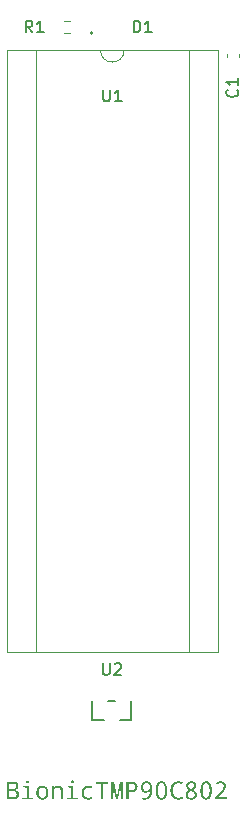
<source format=gbr>
G04 #@! TF.GenerationSoftware,KiCad,Pcbnew,7.0.11+dfsg-1build4*
G04 #@! TF.CreationDate,2024-11-28T15:01:58+09:00*
G04 #@! TF.ProjectId,bionic-tmp90c802,62696f6e-6963-42d7-946d-703930633830,6*
G04 #@! TF.SameCoordinates,Original*
G04 #@! TF.FileFunction,Legend,Top*
G04 #@! TF.FilePolarity,Positive*
%FSLAX46Y46*%
G04 Gerber Fmt 4.6, Leading zero omitted, Abs format (unit mm)*
G04 Created by KiCad (PCBNEW 7.0.11+dfsg-1build4) date 2024-11-28 15:01:58*
%MOMM*%
%LPD*%
G01*
G04 APERTURE LIST*
%ADD10C,0.150000*%
%ADD11C,0.152400*%
%ADD12C,0.120000*%
G04 APERTURE END LIST*
D10*
G36*
X105239059Y-135669959D02*
G01*
X105256236Y-135670222D01*
X105273111Y-135670660D01*
X105289683Y-135671274D01*
X105305952Y-135672063D01*
X105321918Y-135673027D01*
X105337582Y-135674167D01*
X105352943Y-135675481D01*
X105368002Y-135676972D01*
X105382758Y-135678637D01*
X105411361Y-135682494D01*
X105438754Y-135687052D01*
X105464936Y-135692311D01*
X105489908Y-135698272D01*
X105513669Y-135704934D01*
X105536219Y-135712297D01*
X105557558Y-135720361D01*
X105577686Y-135729127D01*
X105596604Y-135738593D01*
X105614311Y-135748761D01*
X105630808Y-135759631D01*
X105646247Y-135771236D01*
X105660689Y-135783702D01*
X105674136Y-135797030D01*
X105686587Y-135811219D01*
X105698041Y-135826270D01*
X105708500Y-135842183D01*
X105717962Y-135858957D01*
X105726429Y-135876592D01*
X105733899Y-135895090D01*
X105740374Y-135914448D01*
X105745852Y-135934668D01*
X105750334Y-135955750D01*
X105753820Y-135977693D01*
X105756310Y-136000498D01*
X105757805Y-136024164D01*
X105758303Y-136048692D01*
X105757986Y-136064915D01*
X105757037Y-136080795D01*
X105755456Y-136096331D01*
X105753242Y-136111524D01*
X105750396Y-136126373D01*
X105746917Y-136140879D01*
X105742805Y-136155041D01*
X105735452Y-136175640D01*
X105726675Y-136195467D01*
X105716475Y-136214521D01*
X105704852Y-136232802D01*
X105691806Y-136250310D01*
X105682317Y-136261553D01*
X105677336Y-136267045D01*
X105666992Y-136277631D01*
X105656201Y-136287682D01*
X105644964Y-136297197D01*
X105633281Y-136306177D01*
X105621151Y-136314622D01*
X105608574Y-136322532D01*
X105595551Y-136329907D01*
X105582081Y-136336746D01*
X105568165Y-136343050D01*
X105553803Y-136348819D01*
X105538993Y-136354052D01*
X105523738Y-136358751D01*
X105508036Y-136362914D01*
X105491887Y-136366542D01*
X105475292Y-136369634D01*
X105458250Y-136372192D01*
X105458250Y-136382450D01*
X105479303Y-136386165D01*
X105499687Y-136390350D01*
X105519402Y-136395004D01*
X105538450Y-136400127D01*
X105556829Y-136405720D01*
X105574539Y-136411782D01*
X105591582Y-136418314D01*
X105607956Y-136425315D01*
X105623662Y-136432785D01*
X105638699Y-136440725D01*
X105653068Y-136449134D01*
X105666769Y-136458013D01*
X105679801Y-136467361D01*
X105692165Y-136477178D01*
X105703861Y-136487465D01*
X105714888Y-136498221D01*
X105725247Y-136509447D01*
X105734938Y-136521142D01*
X105743961Y-136533306D01*
X105752315Y-136545940D01*
X105760001Y-136559043D01*
X105767018Y-136572616D01*
X105773367Y-136586658D01*
X105779048Y-136601169D01*
X105784060Y-136616150D01*
X105788405Y-136631601D01*
X105792080Y-136647520D01*
X105795088Y-136663909D01*
X105797427Y-136680768D01*
X105799098Y-136698096D01*
X105800100Y-136715893D01*
X105800434Y-136734160D01*
X105799921Y-136759281D01*
X105798379Y-136783722D01*
X105795811Y-136807481D01*
X105792214Y-136830559D01*
X105787590Y-136852956D01*
X105781939Y-136874672D01*
X105775260Y-136895706D01*
X105767553Y-136916060D01*
X105758819Y-136935732D01*
X105749058Y-136954722D01*
X105738268Y-136973032D01*
X105726452Y-136990660D01*
X105713608Y-137007608D01*
X105699736Y-137023874D01*
X105684836Y-137039458D01*
X105668910Y-137054362D01*
X105652141Y-137068426D01*
X105634626Y-137081582D01*
X105616364Y-137093831D01*
X105597354Y-137105172D01*
X105577598Y-137115606D01*
X105557094Y-137125133D01*
X105535844Y-137133753D01*
X105513846Y-137141465D01*
X105491101Y-137148270D01*
X105467610Y-137154168D01*
X105443371Y-137159158D01*
X105418385Y-137163241D01*
X105392652Y-137166417D01*
X105366173Y-137168685D01*
X105338946Y-137170046D01*
X105310972Y-137170500D01*
X104768020Y-137170500D01*
X104768020Y-136466714D01*
X104960728Y-136466714D01*
X104960728Y-137006735D01*
X105276900Y-137006735D01*
X105296622Y-137006461D01*
X105315719Y-137005640D01*
X105334189Y-137004271D01*
X105352033Y-137002355D01*
X105369251Y-136999892D01*
X105385843Y-136996881D01*
X105401809Y-136993323D01*
X105417149Y-136989218D01*
X105431862Y-136984565D01*
X105445950Y-136979365D01*
X105472246Y-136967322D01*
X105496039Y-136953089D01*
X105517326Y-136936668D01*
X105536110Y-136918056D01*
X105552389Y-136897255D01*
X105566163Y-136874264D01*
X105577433Y-136849084D01*
X105586199Y-136821714D01*
X105589642Y-136807207D01*
X105592460Y-136792154D01*
X105594651Y-136776553D01*
X105596216Y-136760405D01*
X105597156Y-136743709D01*
X105597469Y-136726466D01*
X105597143Y-136710485D01*
X105596165Y-136695012D01*
X105594535Y-136680045D01*
X105589320Y-136651635D01*
X105581498Y-136625254D01*
X105571068Y-136600902D01*
X105558030Y-136578580D01*
X105542386Y-136558287D01*
X105524133Y-136540023D01*
X105503273Y-136523788D01*
X105479806Y-136509583D01*
X105453731Y-136497407D01*
X105439716Y-136492080D01*
X105425049Y-136487261D01*
X105409730Y-136482948D01*
X105393759Y-136479143D01*
X105377136Y-136475846D01*
X105359862Y-136473055D01*
X105341935Y-136470772D01*
X105323357Y-136468997D01*
X105304127Y-136467728D01*
X105284245Y-136466967D01*
X105263711Y-136466714D01*
X104960728Y-136466714D01*
X104768020Y-136466714D01*
X104768020Y-135833636D01*
X104960728Y-135833636D01*
X104960728Y-136302949D01*
X105253086Y-136302949D01*
X105272850Y-136302730D01*
X105291932Y-136302073D01*
X105310333Y-136300978D01*
X105328054Y-136299446D01*
X105345092Y-136297475D01*
X105361450Y-136295066D01*
X105377126Y-136292220D01*
X105392121Y-136288935D01*
X105406435Y-136285213D01*
X105426629Y-136278809D01*
X105445290Y-136271419D01*
X105462418Y-136263043D01*
X105478014Y-136253683D01*
X105487559Y-136246895D01*
X105500719Y-136235741D01*
X105512585Y-136223299D01*
X105523156Y-136209569D01*
X105532433Y-136194551D01*
X105540416Y-136178245D01*
X105547104Y-136160651D01*
X105552497Y-136141769D01*
X105556596Y-136121599D01*
X105559401Y-136100141D01*
X105560551Y-136085120D01*
X105561127Y-136069526D01*
X105561199Y-136061515D01*
X105560891Y-136046535D01*
X105559276Y-136025081D01*
X105556276Y-136004843D01*
X105551891Y-135985822D01*
X105546122Y-135968019D01*
X105538968Y-135951433D01*
X105530430Y-135936064D01*
X105520507Y-135921912D01*
X105509199Y-135908977D01*
X105496507Y-135897260D01*
X105482430Y-135886759D01*
X105466850Y-135877265D01*
X105449646Y-135868706D01*
X105430820Y-135861080D01*
X105410371Y-135854387D01*
X105395837Y-135850445D01*
X105380581Y-135846917D01*
X105364604Y-135843804D01*
X105347906Y-135841107D01*
X105330486Y-135838824D01*
X105312346Y-135836956D01*
X105293484Y-135835504D01*
X105273900Y-135834466D01*
X105253596Y-135833844D01*
X105232570Y-135833636D01*
X104960728Y-135833636D01*
X104768020Y-135833636D01*
X104768020Y-135669871D01*
X105221579Y-135669871D01*
X105239059Y-135669959D01*
G37*
G36*
X106541223Y-135576082D02*
G01*
X106560734Y-135577109D01*
X106578326Y-135580191D01*
X106593999Y-135585327D01*
X106607752Y-135592517D01*
X106619587Y-135601762D01*
X106629502Y-135613061D01*
X106637499Y-135626414D01*
X106643576Y-135641822D01*
X106647734Y-135659284D01*
X106649973Y-135678800D01*
X106650400Y-135692952D01*
X106649603Y-135710766D01*
X106647215Y-135727113D01*
X106643235Y-135741993D01*
X106636357Y-135757913D01*
X106627187Y-135771720D01*
X106617793Y-135781613D01*
X106605278Y-135791449D01*
X106591913Y-135799250D01*
X106577698Y-135805015D01*
X106562632Y-135808746D01*
X106546717Y-135810442D01*
X106541223Y-135810555D01*
X106521516Y-135809522D01*
X106503747Y-135806421D01*
X106487916Y-135801253D01*
X106474024Y-135794017D01*
X106462070Y-135784715D01*
X106452055Y-135773345D01*
X106443978Y-135759908D01*
X106437840Y-135744404D01*
X106433640Y-135726832D01*
X106431378Y-135707193D01*
X106430947Y-135692952D01*
X106431917Y-135672066D01*
X106434824Y-135653235D01*
X106439670Y-135636458D01*
X106446455Y-135621735D01*
X106455178Y-135609066D01*
X106465839Y-135598452D01*
X106478439Y-135589892D01*
X106492977Y-135583387D01*
X106509454Y-135578935D01*
X106527869Y-135576539D01*
X106541223Y-135576082D01*
G37*
G36*
X106446701Y-136192307D02*
G01*
X106169363Y-136170691D01*
X106169363Y-136045028D01*
X106633913Y-136045028D01*
X106633913Y-137023221D01*
X106996614Y-137043737D01*
X106996614Y-137170500D01*
X106092060Y-137170500D01*
X106092060Y-137043737D01*
X106446701Y-137023221D01*
X106446701Y-136192307D01*
G37*
G36*
X107812052Y-136022205D02*
G01*
X107839171Y-136024077D01*
X107865656Y-136027197D01*
X107891504Y-136031565D01*
X107916718Y-136037180D01*
X107941296Y-136044044D01*
X107965238Y-136052155D01*
X107988545Y-136061515D01*
X108011217Y-136072122D01*
X108033253Y-136083978D01*
X108054654Y-136097081D01*
X108075419Y-136111432D01*
X108095549Y-136127031D01*
X108115044Y-136143878D01*
X108133903Y-136161973D01*
X108152127Y-136181316D01*
X108169473Y-136201692D01*
X108185701Y-136222887D01*
X108200809Y-136244900D01*
X108214798Y-136267732D01*
X108227668Y-136291383D01*
X108239419Y-136315852D01*
X108250050Y-136341140D01*
X108259563Y-136367246D01*
X108267956Y-136394171D01*
X108275231Y-136421914D01*
X108281386Y-136450476D01*
X108284044Y-136465064D01*
X108286422Y-136479857D01*
X108288520Y-136494854D01*
X108290339Y-136510056D01*
X108291878Y-136525463D01*
X108293137Y-136541074D01*
X108294116Y-136556890D01*
X108294816Y-136572911D01*
X108295235Y-136589136D01*
X108295375Y-136605566D01*
X108295237Y-136622534D01*
X108294823Y-136639277D01*
X108294132Y-136655793D01*
X108293165Y-136672084D01*
X108291923Y-136688148D01*
X108290403Y-136703986D01*
X108288608Y-136719598D01*
X108286537Y-136734984D01*
X108284189Y-136750144D01*
X108281565Y-136765077D01*
X108278665Y-136779785D01*
X108275488Y-136794266D01*
X108272036Y-136808522D01*
X108264302Y-136836354D01*
X108255464Y-136863282D01*
X108245520Y-136889305D01*
X108234472Y-136914424D01*
X108222319Y-136938638D01*
X108209061Y-136961948D01*
X108194699Y-136984354D01*
X108179231Y-137005855D01*
X108162659Y-137026451D01*
X108153959Y-137036410D01*
X108135961Y-137055487D01*
X108117230Y-137073333D01*
X108097767Y-137089948D01*
X108077572Y-137105332D01*
X108056643Y-137119486D01*
X108034982Y-137132409D01*
X108012588Y-137144101D01*
X107989461Y-137154563D01*
X107965601Y-137163793D01*
X107941009Y-137171793D01*
X107915684Y-137178562D01*
X107889627Y-137184101D01*
X107862836Y-137188408D01*
X107835313Y-137191485D01*
X107807057Y-137193331D01*
X107778069Y-137193947D01*
X107750533Y-137193321D01*
X107723612Y-137191445D01*
X107697307Y-137188318D01*
X107671617Y-137183940D01*
X107646543Y-137178312D01*
X107622083Y-137171433D01*
X107598240Y-137163302D01*
X107575011Y-137153922D01*
X107552398Y-137143290D01*
X107530401Y-137131407D01*
X107509019Y-137118274D01*
X107488252Y-137103890D01*
X107468100Y-137088255D01*
X107448564Y-137071369D01*
X107429643Y-137053233D01*
X107411338Y-137033846D01*
X107393947Y-137013368D01*
X107377678Y-136992051D01*
X107362532Y-136969896D01*
X107348507Y-136946903D01*
X107335604Y-136923071D01*
X107323823Y-136898400D01*
X107313164Y-136872890D01*
X107303627Y-136846542D01*
X107295212Y-136819355D01*
X107287919Y-136791330D01*
X107284693Y-136777002D01*
X107281748Y-136762466D01*
X107279083Y-136747719D01*
X107276699Y-136732763D01*
X107274596Y-136717597D01*
X107272772Y-136702222D01*
X107271230Y-136686636D01*
X107269967Y-136670842D01*
X107268986Y-136654837D01*
X107268284Y-136638623D01*
X107267864Y-136622199D01*
X107267723Y-136605566D01*
X107461530Y-136605566D01*
X107461843Y-136632186D01*
X107462782Y-136657960D01*
X107464348Y-136682890D01*
X107466539Y-136706974D01*
X107469356Y-136730214D01*
X107472800Y-136752608D01*
X107476870Y-136774157D01*
X107481566Y-136794862D01*
X107486888Y-136814721D01*
X107492836Y-136833735D01*
X107499410Y-136851904D01*
X107506610Y-136869228D01*
X107514436Y-136885707D01*
X107522889Y-136901341D01*
X107531968Y-136916129D01*
X107541672Y-136930073D01*
X107552003Y-136943172D01*
X107562960Y-136955425D01*
X107574543Y-136966834D01*
X107586752Y-136977397D01*
X107599587Y-136987115D01*
X107613049Y-136995988D01*
X107627136Y-137004017D01*
X107641850Y-137011200D01*
X107657190Y-137017538D01*
X107673155Y-137023031D01*
X107689747Y-137027679D01*
X107706965Y-137031481D01*
X107724810Y-137034439D01*
X107743280Y-137036552D01*
X107762376Y-137037819D01*
X107782099Y-137038242D01*
X107801754Y-137037819D01*
X107820785Y-137036552D01*
X107839191Y-137034439D01*
X107856974Y-137031481D01*
X107874133Y-137027679D01*
X107890669Y-137023031D01*
X107906580Y-137017538D01*
X107921867Y-137011200D01*
X107936530Y-137004017D01*
X107950569Y-136995988D01*
X107963984Y-136987115D01*
X107976776Y-136977397D01*
X107988943Y-136966834D01*
X108000486Y-136955425D01*
X108011406Y-136943172D01*
X108021701Y-136930073D01*
X108031372Y-136916129D01*
X108040420Y-136901341D01*
X108048843Y-136885707D01*
X108056643Y-136869228D01*
X108063819Y-136851904D01*
X108070370Y-136833735D01*
X108076298Y-136814721D01*
X108081602Y-136794862D01*
X108086281Y-136774157D01*
X108090337Y-136752608D01*
X108093769Y-136730214D01*
X108096577Y-136706974D01*
X108098761Y-136682890D01*
X108100320Y-136657960D01*
X108101256Y-136632186D01*
X108101568Y-136605566D01*
X108101254Y-136579217D01*
X108100312Y-136553704D01*
X108098741Y-136529028D01*
X108096542Y-136505188D01*
X108093715Y-136482184D01*
X108090260Y-136460018D01*
X108086176Y-136438687D01*
X108081464Y-136418193D01*
X108076124Y-136398536D01*
X108070156Y-136379715D01*
X108063559Y-136361731D01*
X108056334Y-136344583D01*
X108048481Y-136328271D01*
X108039999Y-136312796D01*
X108030889Y-136298158D01*
X108021151Y-136284356D01*
X108010785Y-136271390D01*
X107999791Y-136259261D01*
X107988168Y-136247969D01*
X107975917Y-136237513D01*
X107963038Y-136227893D01*
X107949530Y-136219110D01*
X107935394Y-136211164D01*
X107920630Y-136204053D01*
X107905238Y-136197780D01*
X107889217Y-136192343D01*
X107872569Y-136187742D01*
X107855291Y-136183978D01*
X107837386Y-136181050D01*
X107818853Y-136178959D01*
X107799691Y-136177704D01*
X107779901Y-136177286D01*
X107760313Y-136177704D01*
X107741348Y-136178959D01*
X107723004Y-136181050D01*
X107705282Y-136183978D01*
X107688183Y-136187742D01*
X107671704Y-136192343D01*
X107655848Y-136197780D01*
X107640613Y-136204053D01*
X107626001Y-136211164D01*
X107612010Y-136219110D01*
X107598641Y-136227893D01*
X107585894Y-136237513D01*
X107573768Y-136247969D01*
X107562264Y-136259261D01*
X107551383Y-136271390D01*
X107541123Y-136284356D01*
X107531485Y-136298158D01*
X107522468Y-136312796D01*
X107514074Y-136328271D01*
X107506301Y-136344583D01*
X107499150Y-136361731D01*
X107492621Y-136379715D01*
X107486714Y-136398536D01*
X107481428Y-136418193D01*
X107476765Y-136438687D01*
X107472723Y-136460018D01*
X107469303Y-136482184D01*
X107466505Y-136505188D01*
X107464328Y-136529028D01*
X107462774Y-136553704D01*
X107461841Y-136579217D01*
X107461530Y-136605566D01*
X107267723Y-136605566D01*
X107267860Y-136588756D01*
X107268269Y-136572169D01*
X107268950Y-136555806D01*
X107269904Y-136539666D01*
X107271131Y-136523749D01*
X107272631Y-136508056D01*
X107274403Y-136492585D01*
X107276447Y-136477338D01*
X107278765Y-136462315D01*
X107281355Y-136447514D01*
X107284217Y-136432937D01*
X107287352Y-136418583D01*
X107294441Y-136390544D01*
X107302620Y-136363399D01*
X107311889Y-136337147D01*
X107322249Y-136311787D01*
X107333699Y-136287321D01*
X107346240Y-136263748D01*
X107359871Y-136241068D01*
X107374593Y-136219280D01*
X107390405Y-136198386D01*
X107407308Y-136178385D01*
X107425138Y-136159397D01*
X107443733Y-136141634D01*
X107463091Y-136125096D01*
X107483214Y-136109783D01*
X107504101Y-136095695D01*
X107525753Y-136082833D01*
X107548168Y-136071195D01*
X107571348Y-136060782D01*
X107595292Y-136051594D01*
X107620000Y-136043632D01*
X107645472Y-136036894D01*
X107671709Y-136031381D01*
X107698709Y-136027094D01*
X107726474Y-136024031D01*
X107755004Y-136022194D01*
X107784297Y-136021581D01*
X107812052Y-136022205D01*
G37*
G36*
X109323760Y-137170500D02*
G01*
X109323760Y-136444366D01*
X109323520Y-136427934D01*
X109322802Y-136412024D01*
X109321605Y-136396635D01*
X109319930Y-136381769D01*
X109315143Y-136353600D01*
X109308441Y-136327518D01*
X109299824Y-136303523D01*
X109289293Y-136281614D01*
X109276846Y-136261792D01*
X109262485Y-136244056D01*
X109246209Y-136228407D01*
X109228018Y-136214844D01*
X109207913Y-136203368D01*
X109185892Y-136193978D01*
X109161957Y-136186675D01*
X109136107Y-136181459D01*
X109108342Y-136178329D01*
X109078662Y-136177286D01*
X109059187Y-136177685D01*
X109040331Y-136178883D01*
X109022093Y-136180879D01*
X109004473Y-136183674D01*
X108987472Y-136187268D01*
X108971088Y-136191660D01*
X108955323Y-136196851D01*
X108940176Y-136202840D01*
X108925648Y-136209628D01*
X108911737Y-136217214D01*
X108898445Y-136225599D01*
X108885771Y-136234782D01*
X108873715Y-136244764D01*
X108862278Y-136255545D01*
X108851459Y-136267124D01*
X108841258Y-136279502D01*
X108831675Y-136292678D01*
X108822711Y-136306653D01*
X108814364Y-136321426D01*
X108806636Y-136336998D01*
X108799527Y-136353368D01*
X108793035Y-136370537D01*
X108787162Y-136388505D01*
X108781907Y-136407271D01*
X108777270Y-136426836D01*
X108773252Y-136447199D01*
X108769851Y-136468361D01*
X108767069Y-136490321D01*
X108764905Y-136513080D01*
X108763360Y-136536638D01*
X108762432Y-136560994D01*
X108762123Y-136586148D01*
X108762123Y-137170500D01*
X108574545Y-137170500D01*
X108574545Y-136045028D01*
X108725853Y-136045028D01*
X108753697Y-136194871D01*
X108763955Y-136194871D01*
X108777760Y-136173887D01*
X108792612Y-136154257D01*
X108808511Y-136135980D01*
X108825458Y-136119057D01*
X108843453Y-136103488D01*
X108862496Y-136089273D01*
X108882585Y-136076411D01*
X108903723Y-136064904D01*
X108925908Y-136054750D01*
X108949141Y-136045950D01*
X108973421Y-136038504D01*
X108998749Y-136032412D01*
X109025124Y-136027673D01*
X109052547Y-136024289D01*
X109081018Y-136022258D01*
X109110536Y-136021581D01*
X109135194Y-136021984D01*
X109159070Y-136023191D01*
X109182163Y-136025204D01*
X109204474Y-136028021D01*
X109226001Y-136031644D01*
X109246746Y-136036071D01*
X109266708Y-136041304D01*
X109285887Y-136047341D01*
X109304283Y-136054184D01*
X109321896Y-136061831D01*
X109338727Y-136070284D01*
X109354775Y-136079541D01*
X109370040Y-136089604D01*
X109384522Y-136100471D01*
X109398221Y-136112144D01*
X109411138Y-136124621D01*
X109423271Y-136137904D01*
X109434622Y-136151991D01*
X109445190Y-136166884D01*
X109454975Y-136182581D01*
X109463978Y-136199084D01*
X109472197Y-136216391D01*
X109479634Y-136234504D01*
X109486288Y-136253421D01*
X109492159Y-136273144D01*
X109497247Y-136293671D01*
X109501553Y-136315004D01*
X109505076Y-136337141D01*
X109507815Y-136360083D01*
X109509773Y-136383831D01*
X109510947Y-136408383D01*
X109511338Y-136433741D01*
X109511338Y-137170500D01*
X109323760Y-137170500D01*
G37*
G36*
X110322102Y-135576082D02*
G01*
X110341613Y-135577109D01*
X110359205Y-135580191D01*
X110374878Y-135585327D01*
X110388632Y-135592517D01*
X110400466Y-135601762D01*
X110410382Y-135613061D01*
X110418378Y-135626414D01*
X110424455Y-135641822D01*
X110428613Y-135659284D01*
X110430852Y-135678800D01*
X110431279Y-135692952D01*
X110430483Y-135710766D01*
X110428095Y-135727113D01*
X110424114Y-135741993D01*
X110417236Y-135757913D01*
X110408066Y-135771720D01*
X110398672Y-135781613D01*
X110386157Y-135791449D01*
X110372792Y-135799250D01*
X110358577Y-135805015D01*
X110343512Y-135808746D01*
X110327596Y-135810442D01*
X110322102Y-135810555D01*
X110302395Y-135809522D01*
X110284626Y-135806421D01*
X110268795Y-135801253D01*
X110254903Y-135794017D01*
X110242949Y-135784715D01*
X110232934Y-135773345D01*
X110224857Y-135759908D01*
X110218719Y-135744404D01*
X110214519Y-135726832D01*
X110212257Y-135707193D01*
X110211827Y-135692952D01*
X110212796Y-135672066D01*
X110215704Y-135653235D01*
X110220550Y-135636458D01*
X110227334Y-135621735D01*
X110236057Y-135609066D01*
X110246719Y-135598452D01*
X110259318Y-135589892D01*
X110273857Y-135583387D01*
X110290333Y-135578935D01*
X110308749Y-135576539D01*
X110322102Y-135576082D01*
G37*
G36*
X110227580Y-136192307D02*
G01*
X109950243Y-136170691D01*
X109950243Y-136045028D01*
X110414792Y-136045028D01*
X110414792Y-137023221D01*
X110777493Y-137043737D01*
X110777493Y-137170500D01*
X109872940Y-137170500D01*
X109872940Y-137043737D01*
X110227580Y-137023221D01*
X110227580Y-136192307D01*
G37*
G36*
X112023498Y-136082398D02*
G01*
X111959751Y-136245063D01*
X111940554Y-136237832D01*
X111921614Y-136231067D01*
X111902933Y-136224769D01*
X111884508Y-136218937D01*
X111866342Y-136213572D01*
X111848433Y-136208673D01*
X111830782Y-136204241D01*
X111813388Y-136200275D01*
X111796252Y-136196776D01*
X111779373Y-136193744D01*
X111762752Y-136191178D01*
X111746389Y-136189078D01*
X111730283Y-136187445D01*
X111714435Y-136186279D01*
X111698845Y-136185579D01*
X111683512Y-136185346D01*
X111660003Y-136185762D01*
X111637240Y-136187010D01*
X111615223Y-136189091D01*
X111593953Y-136192004D01*
X111573429Y-136195748D01*
X111553652Y-136200325D01*
X111534620Y-136205735D01*
X111516335Y-136211976D01*
X111498797Y-136219050D01*
X111482004Y-136226956D01*
X111465958Y-136235694D01*
X111450659Y-136245264D01*
X111436105Y-136255666D01*
X111422298Y-136266901D01*
X111409238Y-136278967D01*
X111396923Y-136291866D01*
X111385355Y-136305598D01*
X111374534Y-136320161D01*
X111364458Y-136335556D01*
X111355129Y-136351784D01*
X111346547Y-136368844D01*
X111338710Y-136386736D01*
X111331620Y-136405460D01*
X111325276Y-136425017D01*
X111319679Y-136445406D01*
X111314828Y-136466626D01*
X111310723Y-136488679D01*
X111307365Y-136511565D01*
X111304752Y-136535282D01*
X111302887Y-136559832D01*
X111301767Y-136585214D01*
X111301394Y-136611428D01*
X111301757Y-136637191D01*
X111302847Y-136662136D01*
X111304662Y-136686264D01*
X111307204Y-136709573D01*
X111310473Y-136732065D01*
X111314467Y-136753739D01*
X111319188Y-136774595D01*
X111324635Y-136794633D01*
X111330809Y-136813853D01*
X111337708Y-136832255D01*
X111345334Y-136849840D01*
X111353687Y-136866606D01*
X111362765Y-136882555D01*
X111372570Y-136897685D01*
X111383101Y-136911998D01*
X111394359Y-136925493D01*
X111406343Y-136938171D01*
X111419053Y-136950030D01*
X111432489Y-136961071D01*
X111446652Y-136971295D01*
X111461541Y-136980700D01*
X111477156Y-136989288D01*
X111493497Y-136997058D01*
X111510565Y-137004010D01*
X111528359Y-137010144D01*
X111546879Y-137015460D01*
X111566126Y-137019958D01*
X111586099Y-137023639D01*
X111606798Y-137026502D01*
X111628224Y-137028546D01*
X111650376Y-137029773D01*
X111673254Y-137030182D01*
X111693523Y-137029933D01*
X111713846Y-137029186D01*
X111734223Y-137027941D01*
X111754655Y-137026198D01*
X111775142Y-137023957D01*
X111795682Y-137021218D01*
X111816277Y-137017980D01*
X111836927Y-137014245D01*
X111857631Y-137010012D01*
X111878389Y-137005281D01*
X111899202Y-137000051D01*
X111920069Y-136994324D01*
X111940990Y-136988099D01*
X111961966Y-136981375D01*
X111982996Y-136974154D01*
X112004081Y-136966435D01*
X112004081Y-137131299D01*
X111986571Y-137138885D01*
X111968572Y-137145982D01*
X111950083Y-137152589D01*
X111931105Y-137158707D01*
X111911638Y-137164336D01*
X111891681Y-137169475D01*
X111871235Y-137174125D01*
X111850299Y-137178285D01*
X111828874Y-137181956D01*
X111806959Y-137185137D01*
X111784555Y-137187829D01*
X111761662Y-137190031D01*
X111738279Y-137191744D01*
X111714407Y-137192968D01*
X111690045Y-137193702D01*
X111665194Y-137193947D01*
X111648754Y-137193800D01*
X111632546Y-137193361D01*
X111616568Y-137192630D01*
X111600822Y-137191606D01*
X111585307Y-137190289D01*
X111570023Y-137188679D01*
X111554971Y-137186777D01*
X111540149Y-137184582D01*
X111525558Y-137182094D01*
X111497071Y-137176241D01*
X111469508Y-137169217D01*
X111442869Y-137161022D01*
X111417155Y-137151657D01*
X111392365Y-137141121D01*
X111368500Y-137129415D01*
X111345559Y-137116538D01*
X111323543Y-137102490D01*
X111302451Y-137087271D01*
X111282284Y-137070882D01*
X111263041Y-137053323D01*
X111253767Y-137044104D01*
X111236065Y-137024864D01*
X111219506Y-137004605D01*
X111204088Y-136983327D01*
X111189813Y-136961031D01*
X111176680Y-136937715D01*
X111164689Y-136913380D01*
X111153839Y-136888027D01*
X111144132Y-136861654D01*
X111135567Y-136834263D01*
X111128144Y-136805853D01*
X111124860Y-136791265D01*
X111121863Y-136776423D01*
X111119150Y-136761326D01*
X111116723Y-136745975D01*
X111114582Y-136730369D01*
X111112726Y-136714508D01*
X111111156Y-136698392D01*
X111109871Y-136682021D01*
X111108872Y-136665396D01*
X111108158Y-136648516D01*
X111107730Y-136631382D01*
X111107587Y-136613992D01*
X111107733Y-136596038D01*
X111108171Y-136578353D01*
X111108901Y-136560938D01*
X111109923Y-136543793D01*
X111111237Y-136526918D01*
X111112842Y-136510313D01*
X111114740Y-136493977D01*
X111116930Y-136477911D01*
X111119411Y-136462115D01*
X111122185Y-136446588D01*
X111125250Y-136431331D01*
X111128607Y-136416344D01*
X111132257Y-136401627D01*
X111136198Y-136387180D01*
X111140431Y-136373002D01*
X111149774Y-136345456D01*
X111160284Y-136318989D01*
X111171961Y-136293601D01*
X111184807Y-136269292D01*
X111198821Y-136246063D01*
X111214002Y-136223912D01*
X111230351Y-136202840D01*
X111247868Y-136182848D01*
X111257064Y-136173256D01*
X111276222Y-136154889D01*
X111296328Y-136137707D01*
X111317381Y-136121710D01*
X111339381Y-136106898D01*
X111362329Y-136093271D01*
X111386224Y-136080829D01*
X111411067Y-136069572D01*
X111436857Y-136059500D01*
X111463595Y-136050613D01*
X111491279Y-136042910D01*
X111519912Y-136036393D01*
X111534583Y-136033579D01*
X111549491Y-136031061D01*
X111564636Y-136028839D01*
X111580018Y-136026913D01*
X111595637Y-136025284D01*
X111611493Y-136023951D01*
X111627585Y-136022914D01*
X111643915Y-136022174D01*
X111660481Y-136021729D01*
X111677284Y-136021581D01*
X111700146Y-136021819D01*
X111722845Y-136022531D01*
X111745380Y-136023719D01*
X111767753Y-136025382D01*
X111789962Y-136027520D01*
X111812008Y-136030133D01*
X111833892Y-136033222D01*
X111855612Y-136036785D01*
X111877168Y-136040824D01*
X111898562Y-136045338D01*
X111919793Y-136050326D01*
X111940860Y-136055790D01*
X111961764Y-136061730D01*
X111982505Y-136068144D01*
X112003083Y-136075033D01*
X112023498Y-136082398D01*
G37*
G36*
X112918892Y-137170500D02*
G01*
X112726551Y-137170500D01*
X112726551Y-135838765D01*
X112295707Y-135838765D01*
X112295707Y-135669871D01*
X113348638Y-135669871D01*
X113348638Y-135838765D01*
X112918892Y-135838765D01*
X112918892Y-137170500D01*
G37*
G36*
X113998934Y-137170500D02*
G01*
X113712804Y-135857450D01*
X113704377Y-135851588D01*
X113705527Y-135868589D01*
X113706640Y-135885337D01*
X113707716Y-135901831D01*
X113708756Y-135918072D01*
X113709760Y-135934059D01*
X113710727Y-135949794D01*
X113711658Y-135965275D01*
X113712552Y-135980503D01*
X113713409Y-135995477D01*
X113714230Y-136010198D01*
X113715763Y-136038880D01*
X113717150Y-136066549D01*
X113718391Y-136093205D01*
X113719485Y-136118848D01*
X113720434Y-136143477D01*
X113721237Y-136167094D01*
X113721894Y-136189697D01*
X113722405Y-136211286D01*
X113722770Y-136231863D01*
X113722989Y-136251426D01*
X113723062Y-136269976D01*
X113723062Y-137170500D01*
X113567357Y-137170500D01*
X113567357Y-135669871D01*
X113821980Y-135669871D01*
X114077336Y-136892429D01*
X114083564Y-136892429D01*
X114341118Y-135669871D01*
X114600871Y-135669871D01*
X114600871Y-137170500D01*
X114442968Y-137170500D01*
X114442968Y-136256787D01*
X114443096Y-136235378D01*
X114443325Y-136219224D01*
X114443669Y-136201564D01*
X114444127Y-136182399D01*
X114444699Y-136161728D01*
X114445386Y-136139551D01*
X114446188Y-136115869D01*
X114447103Y-136090682D01*
X114448134Y-136063989D01*
X114449279Y-136035790D01*
X114449894Y-136021126D01*
X114450538Y-136006086D01*
X114451211Y-135990669D01*
X114451912Y-135974876D01*
X114452642Y-135958707D01*
X114453400Y-135942161D01*
X114454187Y-135925239D01*
X114455003Y-135907940D01*
X114455848Y-135890265D01*
X114456721Y-135872214D01*
X114457622Y-135853786D01*
X114449562Y-135853786D01*
X114157936Y-137170500D01*
X113998934Y-137170500D01*
G37*
G36*
X115341279Y-135670299D02*
G01*
X115372837Y-135671583D01*
X115403361Y-135673723D01*
X115432849Y-135676718D01*
X115461304Y-135680569D01*
X115488723Y-135685276D01*
X115515108Y-135690839D01*
X115540458Y-135697257D01*
X115564773Y-135704532D01*
X115588053Y-135712662D01*
X115610299Y-135721648D01*
X115631511Y-135731489D01*
X115651687Y-135742187D01*
X115670829Y-135753740D01*
X115688936Y-135766149D01*
X115706008Y-135779414D01*
X115722046Y-135793535D01*
X115737049Y-135808512D01*
X115751018Y-135824344D01*
X115763951Y-135841032D01*
X115775850Y-135858576D01*
X115786714Y-135876976D01*
X115796544Y-135896232D01*
X115805339Y-135916343D01*
X115813099Y-135937310D01*
X115819825Y-135959133D01*
X115825515Y-135981812D01*
X115830172Y-136005347D01*
X115833793Y-136029737D01*
X115836380Y-136054983D01*
X115837932Y-136081085D01*
X115838449Y-136108043D01*
X115837891Y-136135686D01*
X115836217Y-136162563D01*
X115833426Y-136188672D01*
X115829519Y-136214014D01*
X115824496Y-136238589D01*
X115818356Y-136262397D01*
X115811101Y-136285438D01*
X115802729Y-136307712D01*
X115793240Y-136329218D01*
X115782636Y-136349958D01*
X115770915Y-136369931D01*
X115758078Y-136389136D01*
X115744125Y-136407575D01*
X115729055Y-136425246D01*
X115712869Y-136442150D01*
X115695567Y-136458287D01*
X115677246Y-136473504D01*
X115657912Y-136487740D01*
X115637564Y-136500993D01*
X115616203Y-136513265D01*
X115593829Y-136524555D01*
X115570442Y-136534863D01*
X115546042Y-136544190D01*
X115520628Y-136552535D01*
X115494201Y-136559898D01*
X115466761Y-136566279D01*
X115438308Y-136571679D01*
X115423701Y-136574010D01*
X115408841Y-136576096D01*
X115393728Y-136577937D01*
X115378361Y-136579532D01*
X115362742Y-136580882D01*
X115346868Y-136581987D01*
X115330742Y-136582846D01*
X115314362Y-136583459D01*
X115297729Y-136583828D01*
X115280843Y-136583950D01*
X115084105Y-136583950D01*
X115084105Y-137170500D01*
X114892497Y-137170500D01*
X114892497Y-135833636D01*
X115084105Y-135833636D01*
X115084105Y-136420185D01*
X115259227Y-136420185D01*
X115284282Y-136419899D01*
X115308429Y-136419041D01*
X115331669Y-136417609D01*
X115354001Y-136415606D01*
X115375426Y-136413030D01*
X115395944Y-136409881D01*
X115415555Y-136406161D01*
X115434258Y-136401867D01*
X115452054Y-136397001D01*
X115468942Y-136391563D01*
X115484923Y-136385553D01*
X115499997Y-136378969D01*
X115514164Y-136371814D01*
X115527423Y-136364086D01*
X115539775Y-136355786D01*
X115551220Y-136346913D01*
X115566999Y-136332446D01*
X115581226Y-136316524D01*
X115593901Y-136299147D01*
X115605024Y-136280314D01*
X115611577Y-136266951D01*
X115617440Y-136252940D01*
X115622613Y-136238283D01*
X115627097Y-136222978D01*
X115630891Y-136207027D01*
X115633995Y-136190429D01*
X115636409Y-136173184D01*
X115638134Y-136155293D01*
X115639168Y-136136754D01*
X115639513Y-136117569D01*
X115639173Y-136100100D01*
X115638152Y-136083186D01*
X115636451Y-136066827D01*
X115634069Y-136051022D01*
X115631007Y-136035772D01*
X115627264Y-136021076D01*
X115622841Y-136006935D01*
X115611953Y-135980316D01*
X115598343Y-135955916D01*
X115582012Y-135933734D01*
X115562958Y-135913770D01*
X115541182Y-135896024D01*
X115516684Y-135880496D01*
X115503415Y-135873564D01*
X115489465Y-135867187D01*
X115474834Y-135861364D01*
X115459523Y-135856096D01*
X115443531Y-135851382D01*
X115426859Y-135847223D01*
X115409507Y-135843618D01*
X115391474Y-135840568D01*
X115372760Y-135838073D01*
X115353366Y-135836132D01*
X115333291Y-135834745D01*
X115312536Y-135833914D01*
X115291101Y-135833636D01*
X115084105Y-135833636D01*
X114892497Y-135833636D01*
X114892497Y-135669871D01*
X115308686Y-135669871D01*
X115341279Y-135670299D01*
G37*
G36*
X116615598Y-135647112D02*
G01*
X116642796Y-135649178D01*
X116669259Y-135652619D01*
X116694986Y-135657438D01*
X116719977Y-135663633D01*
X116744233Y-135671205D01*
X116767754Y-135680154D01*
X116790538Y-135690479D01*
X116812587Y-135702182D01*
X116833901Y-135715261D01*
X116854479Y-135729716D01*
X116874321Y-135745549D01*
X116893428Y-135762758D01*
X116911799Y-135781344D01*
X116929435Y-135801306D01*
X116946335Y-135822645D01*
X116962395Y-135845160D01*
X116977418Y-135868739D01*
X116991406Y-135893382D01*
X117004358Y-135919091D01*
X117016273Y-135945864D01*
X117021842Y-135959650D01*
X117027152Y-135973702D01*
X117032203Y-135988020D01*
X117036995Y-136002605D01*
X117041529Y-136017455D01*
X117045803Y-136032572D01*
X117049818Y-136047955D01*
X117053573Y-136063604D01*
X117057070Y-136079520D01*
X117060308Y-136095701D01*
X117063287Y-136112149D01*
X117066007Y-136128863D01*
X117068468Y-136145843D01*
X117070670Y-136163089D01*
X117072612Y-136180602D01*
X117074296Y-136198381D01*
X117075721Y-136216425D01*
X117076886Y-136234736D01*
X117077793Y-136253314D01*
X117078440Y-136272157D01*
X117078829Y-136291267D01*
X117078959Y-136310643D01*
X117078316Y-136364986D01*
X117076388Y-136417605D01*
X117073175Y-136468499D01*
X117068677Y-136517667D01*
X117062894Y-136565110D01*
X117055826Y-136610828D01*
X117047473Y-136654821D01*
X117037834Y-136697088D01*
X117026910Y-136737630D01*
X117014702Y-136776448D01*
X117001208Y-136813539D01*
X116986429Y-136848906D01*
X116970364Y-136882548D01*
X116953015Y-136914464D01*
X116934381Y-136944655D01*
X116914461Y-136973121D01*
X116893256Y-136999861D01*
X116870766Y-137024877D01*
X116846991Y-137048167D01*
X116821931Y-137069732D01*
X116795586Y-137089572D01*
X116767955Y-137107687D01*
X116739040Y-137124076D01*
X116708839Y-137138740D01*
X116677353Y-137151679D01*
X116644582Y-137162893D01*
X116610526Y-137172382D01*
X116575185Y-137180145D01*
X116538558Y-137186183D01*
X116500647Y-137190496D01*
X116461450Y-137193084D01*
X116420968Y-137193947D01*
X116400983Y-137193783D01*
X116381693Y-137193290D01*
X116363098Y-137192469D01*
X116345200Y-137191319D01*
X116327996Y-137189841D01*
X116311488Y-137188035D01*
X116295676Y-137185900D01*
X116280559Y-137183437D01*
X116266138Y-137180645D01*
X116247991Y-137176412D01*
X116243648Y-137175262D01*
X116243648Y-137014795D01*
X116261388Y-137022265D01*
X116275377Y-137027214D01*
X116289952Y-137031603D01*
X116305112Y-137035432D01*
X116320859Y-137038700D01*
X116337192Y-137041408D01*
X116354111Y-137043556D01*
X116371616Y-137045143D01*
X116389707Y-137046170D01*
X116408384Y-137046637D01*
X116414740Y-137046668D01*
X116443098Y-137046093D01*
X116470559Y-137044367D01*
X116497125Y-137041491D01*
X116522795Y-137037463D01*
X116547569Y-137032286D01*
X116571447Y-137025957D01*
X116594429Y-137018478D01*
X116616515Y-137009849D01*
X116637706Y-137000069D01*
X116658000Y-136989138D01*
X116677399Y-136977056D01*
X116695902Y-136963824D01*
X116713509Y-136949442D01*
X116730220Y-136933908D01*
X116746035Y-136917224D01*
X116760954Y-136899390D01*
X116775058Y-136880308D01*
X116788334Y-136859880D01*
X116800784Y-136838107D01*
X116812406Y-136814989D01*
X116823200Y-136790525D01*
X116833168Y-136764717D01*
X116842309Y-136737563D01*
X116846569Y-136723481D01*
X116850622Y-136709064D01*
X116854468Y-136694310D01*
X116858108Y-136679219D01*
X116861541Y-136663793D01*
X116864767Y-136648030D01*
X116867786Y-136631930D01*
X116870599Y-136615495D01*
X116873205Y-136598723D01*
X116875603Y-136581615D01*
X116877796Y-136564170D01*
X116879781Y-136546389D01*
X116881559Y-136528272D01*
X116883131Y-136509819D01*
X116884496Y-136491029D01*
X116885654Y-136471903D01*
X116886605Y-136452441D01*
X116887350Y-136432642D01*
X116874894Y-136432642D01*
X116862062Y-136453848D01*
X116848298Y-136473686D01*
X116833600Y-136492156D01*
X116817970Y-136509258D01*
X116801406Y-136524991D01*
X116783909Y-136539357D01*
X116765479Y-136552354D01*
X116746117Y-136563983D01*
X116725821Y-136574245D01*
X116704591Y-136583137D01*
X116682429Y-136590662D01*
X116659334Y-136596819D01*
X116635306Y-136601607D01*
X116610344Y-136605028D01*
X116584450Y-136607080D01*
X116557622Y-136607764D01*
X116532998Y-136607290D01*
X116509045Y-136605869D01*
X116485760Y-136603501D01*
X116463146Y-136600185D01*
X116441201Y-136595922D01*
X116419926Y-136590711D01*
X116399321Y-136584553D01*
X116379386Y-136577447D01*
X116360120Y-136569394D01*
X116341524Y-136560394D01*
X116323598Y-136550447D01*
X116306342Y-136539552D01*
X116289755Y-136527709D01*
X116273839Y-136514919D01*
X116258592Y-136501182D01*
X116244014Y-136486497D01*
X116230217Y-136470978D01*
X116217310Y-136454738D01*
X116205293Y-136437777D01*
X116194166Y-136420094D01*
X116183929Y-136401690D01*
X116174583Y-136382564D01*
X116166126Y-136362718D01*
X116158560Y-136342150D01*
X116151884Y-136320861D01*
X116146098Y-136298850D01*
X116141202Y-136276118D01*
X116137196Y-136252665D01*
X116134081Y-136228491D01*
X116131855Y-136203595D01*
X116130520Y-136177979D01*
X116130087Y-136152373D01*
X116311425Y-136152373D01*
X116311700Y-136170653D01*
X116312524Y-136188397D01*
X116313898Y-136205606D01*
X116315822Y-136222280D01*
X116318295Y-136238419D01*
X116321317Y-136254022D01*
X116324889Y-136269090D01*
X116329011Y-136283623D01*
X116333682Y-136297621D01*
X116341719Y-136317614D01*
X116350993Y-136336403D01*
X116361503Y-136353987D01*
X116373249Y-136370367D01*
X116381767Y-136380618D01*
X116395556Y-136394891D01*
X116410408Y-136407761D01*
X116426322Y-136419226D01*
X116443299Y-136429287D01*
X116461339Y-136437945D01*
X116480441Y-136445198D01*
X116500606Y-136451048D01*
X116521833Y-136455494D01*
X116536575Y-136457678D01*
X116551789Y-136459238D01*
X116567475Y-136460174D01*
X116583634Y-136460486D01*
X116599818Y-136460159D01*
X116615674Y-136459180D01*
X116631200Y-136457549D01*
X116646397Y-136455265D01*
X116661265Y-136452328D01*
X116675803Y-136448739D01*
X116690013Y-136444497D01*
X116703893Y-136439603D01*
X116724096Y-136431038D01*
X116743559Y-136421004D01*
X116762281Y-136409502D01*
X116774351Y-136401019D01*
X116786092Y-136391882D01*
X116797504Y-136382094D01*
X116803086Y-136376954D01*
X116813822Y-136366429D01*
X116823866Y-136355734D01*
X116837633Y-136339375D01*
X116849841Y-136322637D01*
X116860490Y-136305518D01*
X116869581Y-136288020D01*
X116877114Y-136270141D01*
X116883088Y-136251883D01*
X116887504Y-136233244D01*
X116890361Y-136214226D01*
X116891660Y-136194827D01*
X116891746Y-136188277D01*
X116891424Y-136169067D01*
X116890458Y-136150181D01*
X116888848Y-136131618D01*
X116886594Y-136113378D01*
X116883696Y-136095462D01*
X116880154Y-136077870D01*
X116875968Y-136060600D01*
X116871138Y-136043655D01*
X116865664Y-136027032D01*
X116859546Y-136010733D01*
X116852784Y-135994758D01*
X116845378Y-135979106D01*
X116837328Y-135963777D01*
X116828634Y-135948772D01*
X116819296Y-135934090D01*
X116809314Y-135919732D01*
X116798797Y-135905979D01*
X116787853Y-135893113D01*
X116776483Y-135881135D01*
X116764687Y-135870044D01*
X116752464Y-135859840D01*
X116739814Y-135850523D01*
X116726738Y-135842094D01*
X116713235Y-135834552D01*
X116699306Y-135827898D01*
X116684951Y-135822130D01*
X116670169Y-135817250D01*
X116654961Y-135813257D01*
X116639326Y-135810152D01*
X116623264Y-135807934D01*
X116606777Y-135806603D01*
X116589862Y-135806159D01*
X116573605Y-135806507D01*
X116557805Y-135807550D01*
X116542464Y-135809289D01*
X116527580Y-135811723D01*
X116513155Y-135814853D01*
X116492375Y-135820852D01*
X116472626Y-135828416D01*
X116453907Y-135837544D01*
X116436218Y-135848238D01*
X116419560Y-135860496D01*
X116403932Y-135874320D01*
X116389335Y-135889708D01*
X116384698Y-135895185D01*
X116371604Y-135912573D01*
X116363589Y-135924938D01*
X116356148Y-135937921D01*
X116349278Y-135951523D01*
X116342981Y-135965742D01*
X116337257Y-135980580D01*
X116332105Y-135996036D01*
X116327525Y-136012110D01*
X116323518Y-136028803D01*
X116320084Y-136046113D01*
X116317221Y-136064042D01*
X116314932Y-136082589D01*
X116313214Y-136101755D01*
X116312069Y-136121538D01*
X116311497Y-136141940D01*
X116311425Y-136152373D01*
X116130087Y-136152373D01*
X116130075Y-136151640D01*
X116130560Y-136122762D01*
X116132016Y-136094654D01*
X116134441Y-136067315D01*
X116137837Y-136040747D01*
X116142204Y-136014948D01*
X116147540Y-135989919D01*
X116153847Y-135965661D01*
X116161124Y-135942172D01*
X116169372Y-135919453D01*
X116178590Y-135897504D01*
X116188778Y-135876325D01*
X116199936Y-135855916D01*
X116212065Y-135836277D01*
X116225164Y-135817407D01*
X116239233Y-135799308D01*
X116254273Y-135781979D01*
X116270129Y-135765564D01*
X116286650Y-135750208D01*
X116303835Y-135735911D01*
X116321684Y-135722674D01*
X116340196Y-135710495D01*
X116359373Y-135699375D01*
X116379214Y-135689315D01*
X116399719Y-135680313D01*
X116420888Y-135672370D01*
X116442721Y-135665487D01*
X116465218Y-135659662D01*
X116488379Y-135654896D01*
X116512204Y-135651190D01*
X116536694Y-135648542D01*
X116561847Y-135646954D01*
X116587664Y-135646424D01*
X116615598Y-135647112D01*
G37*
G36*
X117877061Y-135646618D02*
G01*
X117906006Y-135648173D01*
X117934039Y-135651281D01*
X117961158Y-135655944D01*
X117987365Y-135662160D01*
X118012658Y-135669931D01*
X118037039Y-135679256D01*
X118060506Y-135690136D01*
X118083060Y-135702569D01*
X118104702Y-135716557D01*
X118125430Y-135732099D01*
X118145245Y-135749195D01*
X118164147Y-135767845D01*
X118182136Y-135788049D01*
X118199212Y-135809808D01*
X118215375Y-135833121D01*
X118223114Y-135845360D01*
X118230642Y-135857966D01*
X118237932Y-135870917D01*
X118244982Y-135884212D01*
X118251794Y-135897853D01*
X118258366Y-135911839D01*
X118264699Y-135926169D01*
X118270794Y-135940844D01*
X118276649Y-135955865D01*
X118282266Y-135971230D01*
X118287643Y-135986940D01*
X118292781Y-136002995D01*
X118297681Y-136019394D01*
X118302341Y-136036139D01*
X118306763Y-136053229D01*
X118310945Y-136070663D01*
X118314888Y-136088443D01*
X118318593Y-136106567D01*
X118322058Y-136125036D01*
X118325285Y-136143850D01*
X118328272Y-136163009D01*
X118331021Y-136182513D01*
X118333530Y-136202362D01*
X118335800Y-136222556D01*
X118337832Y-136243094D01*
X118339624Y-136263978D01*
X118341178Y-136285206D01*
X118342492Y-136306779D01*
X118343568Y-136328697D01*
X118344404Y-136350961D01*
X118345002Y-136373568D01*
X118345360Y-136396521D01*
X118345480Y-136419819D01*
X118345008Y-136467446D01*
X118343592Y-136513561D01*
X118341233Y-136558164D01*
X118337929Y-136601255D01*
X118333682Y-136642834D01*
X118328491Y-136682902D01*
X118322356Y-136721457D01*
X118315278Y-136758500D01*
X118307255Y-136794031D01*
X118298289Y-136828051D01*
X118288379Y-136860558D01*
X118277525Y-136891553D01*
X118265727Y-136921037D01*
X118252986Y-136949008D01*
X118239300Y-136975467D01*
X118224671Y-137000415D01*
X118209098Y-137023850D01*
X118192581Y-137045774D01*
X118175121Y-137066186D01*
X118156716Y-137085085D01*
X118137368Y-137102473D01*
X118117076Y-137118348D01*
X118095840Y-137132712D01*
X118073660Y-137145564D01*
X118050537Y-137156904D01*
X118026470Y-137166731D01*
X118001458Y-137175047D01*
X117975503Y-137181851D01*
X117948605Y-137187143D01*
X117920762Y-137190923D01*
X117891976Y-137193191D01*
X117862245Y-137193947D01*
X117833200Y-137193170D01*
X117805047Y-137190838D01*
X117777787Y-137186953D01*
X117751420Y-137181513D01*
X117725946Y-137174519D01*
X117701366Y-137165971D01*
X117677678Y-137155869D01*
X117654883Y-137144213D01*
X117632981Y-137131002D01*
X117611973Y-137116238D01*
X117591857Y-137099919D01*
X117572634Y-137082045D01*
X117554305Y-137062618D01*
X117536868Y-137041637D01*
X117520324Y-137019101D01*
X117504674Y-136995011D01*
X117497191Y-136982404D01*
X117489945Y-136969451D01*
X117482937Y-136956152D01*
X117476166Y-136942506D01*
X117469633Y-136928514D01*
X117463338Y-136914176D01*
X117457280Y-136899492D01*
X117451459Y-136884461D01*
X117445877Y-136869083D01*
X117440531Y-136853360D01*
X117435424Y-136837290D01*
X117430554Y-136820873D01*
X117425921Y-136804111D01*
X117421526Y-136787002D01*
X117417369Y-136769547D01*
X117413449Y-136751745D01*
X117409767Y-136733597D01*
X117406322Y-136715103D01*
X117403115Y-136696262D01*
X117400145Y-136677076D01*
X117397414Y-136657542D01*
X117394919Y-136637663D01*
X117392662Y-136617437D01*
X117390643Y-136596865D01*
X117388861Y-136575946D01*
X117387317Y-136554681D01*
X117386010Y-136533070D01*
X117384941Y-136511113D01*
X117384110Y-136488809D01*
X117383516Y-136466158D01*
X117383160Y-136443162D01*
X117383041Y-136419819D01*
X117383048Y-136419086D01*
X117573917Y-136419086D01*
X117573985Y-136439355D01*
X117574189Y-136459266D01*
X117574528Y-136478819D01*
X117575004Y-136498015D01*
X117575616Y-136516853D01*
X117576364Y-136535333D01*
X117577248Y-136553455D01*
X117578267Y-136571219D01*
X117579423Y-136588626D01*
X117580714Y-136605675D01*
X117582142Y-136622366D01*
X117583705Y-136638699D01*
X117585405Y-136654674D01*
X117587240Y-136670292D01*
X117589212Y-136685552D01*
X117591319Y-136700454D01*
X117593562Y-136714999D01*
X117598457Y-136743014D01*
X117603895Y-136769598D01*
X117609877Y-136794751D01*
X117616403Y-136818474D01*
X117623472Y-136840765D01*
X117631086Y-136861624D01*
X117639243Y-136881053D01*
X117643526Y-136890231D01*
X117652538Y-136907666D01*
X117662170Y-136923976D01*
X117672424Y-136939162D01*
X117683299Y-136953223D01*
X117694795Y-136966158D01*
X117706913Y-136977969D01*
X117719651Y-136988655D01*
X117733010Y-136998217D01*
X117746991Y-137006653D01*
X117761592Y-137013965D01*
X117776815Y-137020151D01*
X117792659Y-137025213D01*
X117809124Y-137029150D01*
X117826210Y-137031962D01*
X117843917Y-137033650D01*
X117862245Y-137034212D01*
X117880890Y-137033648D01*
X117898905Y-137031957D01*
X117916290Y-137029137D01*
X117933045Y-137025190D01*
X117949171Y-137020116D01*
X117964667Y-137013913D01*
X117979533Y-137006583D01*
X117993770Y-136998125D01*
X118007377Y-136988540D01*
X118020354Y-136977826D01*
X118032702Y-136965985D01*
X118044420Y-136953017D01*
X118055508Y-136938920D01*
X118065967Y-136923696D01*
X118075796Y-136907344D01*
X118084995Y-136889864D01*
X118093601Y-136871067D01*
X118101653Y-136850852D01*
X118109149Y-136829221D01*
X118116090Y-136806173D01*
X118122476Y-136781708D01*
X118128306Y-136755827D01*
X118133581Y-136728528D01*
X118138301Y-136699813D01*
X118140452Y-136684924D01*
X118142465Y-136669681D01*
X118144339Y-136654084D01*
X118146075Y-136638132D01*
X118147671Y-136621826D01*
X118149129Y-136605167D01*
X118150447Y-136588152D01*
X118151627Y-136570784D01*
X118152668Y-136553062D01*
X118153571Y-136534985D01*
X118154334Y-136516554D01*
X118154959Y-136497769D01*
X118155445Y-136478630D01*
X118155792Y-136459136D01*
X118156000Y-136439288D01*
X118156069Y-136419086D01*
X118156000Y-136399020D01*
X118155792Y-136379304D01*
X118155445Y-136359939D01*
X118154959Y-136340925D01*
X118154334Y-136322261D01*
X118153571Y-136303948D01*
X118152668Y-136285985D01*
X118151627Y-136268373D01*
X118150447Y-136251112D01*
X118149129Y-136234201D01*
X118147671Y-136217641D01*
X118146075Y-136201432D01*
X118144339Y-136185573D01*
X118142465Y-136170065D01*
X118140452Y-136154907D01*
X118138301Y-136140100D01*
X118133581Y-136111538D01*
X118128306Y-136084378D01*
X118122476Y-136058621D01*
X118116090Y-136034267D01*
X118109149Y-136011314D01*
X118101653Y-135989765D01*
X118093601Y-135969618D01*
X118084995Y-135950873D01*
X118075796Y-135933349D01*
X118065967Y-135916956D01*
X118055508Y-135901693D01*
X118044420Y-135887561D01*
X118032702Y-135874559D01*
X118020354Y-135862688D01*
X118007377Y-135851947D01*
X117993770Y-135842337D01*
X117979533Y-135833858D01*
X117964667Y-135826509D01*
X117949171Y-135820291D01*
X117933045Y-135815204D01*
X117916290Y-135811247D01*
X117898905Y-135808420D01*
X117880890Y-135806724D01*
X117862245Y-135806159D01*
X117843917Y-135806720D01*
X117826210Y-135808403D01*
X117809124Y-135811208D01*
X117792659Y-135815135D01*
X117776815Y-135820184D01*
X117761592Y-135826355D01*
X117746991Y-135833648D01*
X117733010Y-135842063D01*
X117719651Y-135851600D01*
X117706913Y-135862258D01*
X117694795Y-135874039D01*
X117683299Y-135886942D01*
X117672424Y-135900967D01*
X117662170Y-135916114D01*
X117652538Y-135932383D01*
X117643526Y-135949774D01*
X117635097Y-135968394D01*
X117627211Y-135988442D01*
X117619870Y-136009919D01*
X117613072Y-136032824D01*
X117606818Y-136057157D01*
X117601108Y-136082919D01*
X117595941Y-136110108D01*
X117591319Y-136138726D01*
X117589212Y-136153571D01*
X117587240Y-136168772D01*
X117585405Y-136184331D01*
X117583705Y-136200247D01*
X117582142Y-136216519D01*
X117580714Y-136233149D01*
X117579423Y-136250136D01*
X117578267Y-136267480D01*
X117577248Y-136285181D01*
X117576364Y-136303239D01*
X117575616Y-136321655D01*
X117575004Y-136340427D01*
X117574528Y-136359556D01*
X117574189Y-136379042D01*
X117573985Y-136398886D01*
X117573917Y-136419086D01*
X117383048Y-136419086D01*
X117383509Y-136372237D01*
X117384913Y-136326166D01*
X117387253Y-136281605D01*
X117390528Y-136238555D01*
X117394740Y-136197015D01*
X117399888Y-136156986D01*
X117405972Y-136118467D01*
X117412991Y-136081459D01*
X117420947Y-136045961D01*
X117429838Y-136011974D01*
X117439666Y-135979498D01*
X117450429Y-135948532D01*
X117462128Y-135919076D01*
X117474764Y-135891131D01*
X117488335Y-135864697D01*
X117502842Y-135839773D01*
X117518285Y-135816360D01*
X117534664Y-135794457D01*
X117551979Y-135774065D01*
X117570230Y-135755183D01*
X117589417Y-135737812D01*
X117609540Y-135721951D01*
X117630599Y-135707601D01*
X117652593Y-135694761D01*
X117675524Y-135683432D01*
X117699391Y-135673614D01*
X117724193Y-135665306D01*
X117749932Y-135658508D01*
X117776606Y-135653222D01*
X117804217Y-135649445D01*
X117832763Y-135647179D01*
X117862245Y-135646424D01*
X117877061Y-135646618D01*
G37*
G36*
X119650103Y-136965336D02*
G01*
X119650103Y-137132764D01*
X119631016Y-137140173D01*
X119611400Y-137147104D01*
X119591254Y-137153557D01*
X119570579Y-137159531D01*
X119549374Y-137165028D01*
X119527640Y-137170047D01*
X119505376Y-137174588D01*
X119482583Y-137178651D01*
X119459260Y-137182236D01*
X119435408Y-137185343D01*
X119411026Y-137187972D01*
X119386115Y-137190123D01*
X119360674Y-137191796D01*
X119334703Y-137192991D01*
X119308204Y-137193708D01*
X119281174Y-137193947D01*
X119261422Y-137193750D01*
X119241962Y-137193158D01*
X119222793Y-137192173D01*
X119203917Y-137190793D01*
X119185333Y-137189018D01*
X119167040Y-137186850D01*
X119149040Y-137184287D01*
X119131331Y-137181330D01*
X119113915Y-137177979D01*
X119096790Y-137174233D01*
X119079957Y-137170093D01*
X119063416Y-137165559D01*
X119047168Y-137160631D01*
X119031211Y-137155308D01*
X119015546Y-137149591D01*
X119000173Y-137143480D01*
X118985092Y-137136975D01*
X118970303Y-137130075D01*
X118955805Y-137122781D01*
X118941600Y-137115093D01*
X118927687Y-137107010D01*
X118914066Y-137098533D01*
X118900736Y-137089662D01*
X118887699Y-137080397D01*
X118874953Y-137070737D01*
X118862500Y-137060683D01*
X118850338Y-137050235D01*
X118838469Y-137039393D01*
X118826891Y-137028156D01*
X118815605Y-137016525D01*
X118804612Y-137004500D01*
X118793910Y-136992080D01*
X118783519Y-136979298D01*
X118773458Y-136966184D01*
X118763726Y-136952739D01*
X118754325Y-136938963D01*
X118745254Y-136924855D01*
X118736512Y-136910417D01*
X118728100Y-136895647D01*
X118720019Y-136880545D01*
X118712267Y-136865112D01*
X118704845Y-136849348D01*
X118697752Y-136833253D01*
X118690990Y-136816826D01*
X118684557Y-136800068D01*
X118678455Y-136782979D01*
X118672682Y-136765559D01*
X118667239Y-136747807D01*
X118662126Y-136729724D01*
X118657343Y-136711309D01*
X118652890Y-136692563D01*
X118648766Y-136673486D01*
X118644973Y-136654078D01*
X118641509Y-136634338D01*
X118638376Y-136614267D01*
X118635572Y-136593865D01*
X118633098Y-136573131D01*
X118630953Y-136552067D01*
X118629139Y-136530670D01*
X118627655Y-136508943D01*
X118626500Y-136486884D01*
X118625675Y-136464494D01*
X118625181Y-136441773D01*
X118625016Y-136418720D01*
X118625196Y-136396586D01*
X118625736Y-136374742D01*
X118626635Y-136353189D01*
X118627895Y-136331926D01*
X118629515Y-136310954D01*
X118631494Y-136290272D01*
X118633834Y-136269881D01*
X118636533Y-136249780D01*
X118639593Y-136229970D01*
X118643012Y-136210451D01*
X118646791Y-136191221D01*
X118650930Y-136172283D01*
X118655429Y-136153635D01*
X118660288Y-136135277D01*
X118665507Y-136117210D01*
X118671086Y-136099434D01*
X118677025Y-136081948D01*
X118683323Y-136064752D01*
X118689982Y-136047847D01*
X118697001Y-136031233D01*
X118704379Y-136014909D01*
X118712117Y-135998875D01*
X118720216Y-135983132D01*
X118728674Y-135967680D01*
X118737492Y-135952518D01*
X118746670Y-135937647D01*
X118756208Y-135923066D01*
X118766106Y-135908775D01*
X118776364Y-135894775D01*
X118786982Y-135881066D01*
X118797959Y-135867647D01*
X118809297Y-135854519D01*
X118820969Y-135841716D01*
X118832905Y-135829320D01*
X118845103Y-135817330D01*
X118857565Y-135805747D01*
X118870291Y-135794570D01*
X118883280Y-135783799D01*
X118896532Y-135773435D01*
X118910047Y-135763478D01*
X118923826Y-135753926D01*
X118937868Y-135744781D01*
X118952173Y-135736043D01*
X118966742Y-135727711D01*
X118981574Y-135719786D01*
X118996669Y-135712267D01*
X119012028Y-135705154D01*
X119027650Y-135698448D01*
X119043535Y-135692148D01*
X119059684Y-135686255D01*
X119076096Y-135680768D01*
X119092771Y-135675687D01*
X119109710Y-135671013D01*
X119126912Y-135666746D01*
X119144377Y-135662885D01*
X119162106Y-135659430D01*
X119180098Y-135656382D01*
X119198353Y-135653740D01*
X119216871Y-135651505D01*
X119235653Y-135649676D01*
X119254699Y-135648253D01*
X119274007Y-135647237D01*
X119293579Y-135646627D01*
X119313414Y-135646424D01*
X119341531Y-135646770D01*
X119369187Y-135647809D01*
X119396383Y-135649541D01*
X119423117Y-135651965D01*
X119449391Y-135655082D01*
X119475204Y-135658892D01*
X119500556Y-135663394D01*
X119525448Y-135668589D01*
X119549878Y-135674477D01*
X119573848Y-135681057D01*
X119597357Y-135688330D01*
X119620405Y-135696295D01*
X119642992Y-135704954D01*
X119665118Y-135714305D01*
X119686784Y-135724348D01*
X119707989Y-135735084D01*
X119627755Y-135895918D01*
X119607894Y-135886158D01*
X119588061Y-135877028D01*
X119568258Y-135868527D01*
X119548483Y-135860656D01*
X119528736Y-135853414D01*
X119509018Y-135846802D01*
X119489329Y-135840820D01*
X119469669Y-135835468D01*
X119450037Y-135830745D01*
X119430433Y-135826652D01*
X119410859Y-135823189D01*
X119391312Y-135820356D01*
X119371795Y-135818152D01*
X119352306Y-135816577D01*
X119332846Y-135815633D01*
X119313414Y-135815318D01*
X119286059Y-135815955D01*
X119259404Y-135817865D01*
X119233451Y-135821050D01*
X119208199Y-135825508D01*
X119183648Y-135831239D01*
X119159799Y-135838244D01*
X119136651Y-135846523D01*
X119114204Y-135856076D01*
X119092458Y-135866902D01*
X119071413Y-135879002D01*
X119051070Y-135892376D01*
X119031428Y-135907024D01*
X119012487Y-135922945D01*
X118994248Y-135940140D01*
X118976710Y-135958608D01*
X118959873Y-135978350D01*
X118943901Y-135999181D01*
X118928961Y-136020917D01*
X118915050Y-136043557D01*
X118902170Y-136067102D01*
X118890321Y-136091551D01*
X118879502Y-136116905D01*
X118869713Y-136143163D01*
X118860954Y-136170325D01*
X118853226Y-136198392D01*
X118849749Y-136212765D01*
X118846529Y-136227363D01*
X118843566Y-136242188D01*
X118840862Y-136257239D01*
X118838414Y-136272516D01*
X118836225Y-136288020D01*
X118834293Y-136303749D01*
X118832618Y-136319704D01*
X118831202Y-136335886D01*
X118830042Y-136352294D01*
X118829141Y-136368927D01*
X118828497Y-136385787D01*
X118828110Y-136402873D01*
X118827982Y-136420185D01*
X118828102Y-136438504D01*
X118828464Y-136456549D01*
X118829067Y-136474319D01*
X118829911Y-136491815D01*
X118830996Y-136509038D01*
X118832322Y-136525986D01*
X118833890Y-136542660D01*
X118835698Y-136559060D01*
X118837748Y-136575187D01*
X118840039Y-136591039D01*
X118842571Y-136606617D01*
X118845344Y-136621921D01*
X118848358Y-136636950D01*
X118851613Y-136651706D01*
X118855110Y-136666188D01*
X118858848Y-136680396D01*
X118867047Y-136707989D01*
X118876210Y-136734486D01*
X118886338Y-136759887D01*
X118897430Y-136784191D01*
X118909488Y-136807400D01*
X118922509Y-136829512D01*
X118936495Y-136850528D01*
X118951446Y-136870447D01*
X118967370Y-136889169D01*
X118984184Y-136906683D01*
X119001889Y-136922989D01*
X119020483Y-136938087D01*
X119039968Y-136951978D01*
X119060342Y-136964660D01*
X119081607Y-136976135D01*
X119103762Y-136986401D01*
X119126807Y-136995460D01*
X119150743Y-137003311D01*
X119175568Y-137009955D01*
X119201284Y-137015390D01*
X119227890Y-137019618D01*
X119255386Y-137022637D01*
X119283772Y-137024449D01*
X119313048Y-137025053D01*
X119330078Y-137024820D01*
X119347646Y-137024120D01*
X119365753Y-137022953D01*
X119384397Y-137021321D01*
X119403580Y-137019221D01*
X119423301Y-137016655D01*
X119443559Y-137013623D01*
X119464356Y-137010124D01*
X119485691Y-137006158D01*
X119507564Y-137001726D01*
X119529976Y-136996827D01*
X119552925Y-136991462D01*
X119576412Y-136985630D01*
X119600438Y-136979332D01*
X119625001Y-136972567D01*
X119650103Y-136965336D01*
G37*
G36*
X120408468Y-135646805D02*
G01*
X120431340Y-135647947D01*
X120453646Y-135649850D01*
X120475384Y-135652515D01*
X120496556Y-135655941D01*
X120517161Y-135660128D01*
X120537200Y-135665077D01*
X120556671Y-135670787D01*
X120575576Y-135677259D01*
X120593915Y-135684492D01*
X120611686Y-135692486D01*
X120628891Y-135701241D01*
X120645529Y-135710758D01*
X120661600Y-135721037D01*
X120677105Y-135732076D01*
X120692043Y-135743877D01*
X120706284Y-135756326D01*
X120719606Y-135769311D01*
X120732010Y-135782830D01*
X120743494Y-135796885D01*
X120754060Y-135811476D01*
X120763707Y-135826601D01*
X120772436Y-135842262D01*
X120780245Y-135858457D01*
X120787136Y-135875189D01*
X120793108Y-135892455D01*
X120798161Y-135910256D01*
X120802296Y-135928593D01*
X120805511Y-135947465D01*
X120807808Y-135966873D01*
X120809186Y-135986815D01*
X120809646Y-136007293D01*
X120808591Y-136036336D01*
X120805427Y-136064572D01*
X120800153Y-136092000D01*
X120792770Y-136118622D01*
X120783278Y-136144436D01*
X120771676Y-136169443D01*
X120757964Y-136193644D01*
X120742143Y-136217036D01*
X120724213Y-136239622D01*
X120714457Y-136250612D01*
X120704173Y-136261401D01*
X120693362Y-136271988D01*
X120682024Y-136282372D01*
X120670158Y-136292555D01*
X120657765Y-136302537D01*
X120644845Y-136312316D01*
X120631397Y-136321894D01*
X120617422Y-136331270D01*
X120602919Y-136340444D01*
X120587889Y-136349416D01*
X120572332Y-136358187D01*
X120556247Y-136366756D01*
X120539635Y-136375123D01*
X120559223Y-136385500D01*
X120578188Y-136396025D01*
X120596532Y-136406698D01*
X120614254Y-136417518D01*
X120631353Y-136428485D01*
X120647832Y-136439600D01*
X120663688Y-136450862D01*
X120678923Y-136462272D01*
X120693535Y-136473829D01*
X120707526Y-136485533D01*
X120720895Y-136497385D01*
X120733642Y-136509384D01*
X120745768Y-136521530D01*
X120757272Y-136533824D01*
X120768153Y-136546266D01*
X120778413Y-136558854D01*
X120788051Y-136571591D01*
X120797068Y-136584474D01*
X120805462Y-136597505D01*
X120813235Y-136610683D01*
X120820386Y-136624009D01*
X120826915Y-136637482D01*
X120832822Y-136651103D01*
X120838108Y-136664871D01*
X120842771Y-136678786D01*
X120850233Y-136707059D01*
X120855208Y-136735922D01*
X120856762Y-136750574D01*
X120857695Y-136765374D01*
X120858006Y-136780322D01*
X120857498Y-136803391D01*
X120855974Y-136825888D01*
X120853434Y-136847813D01*
X120849877Y-136869165D01*
X120845305Y-136889945D01*
X120839716Y-136910152D01*
X120833112Y-136929787D01*
X120825491Y-136948849D01*
X120816854Y-136967339D01*
X120807202Y-136985257D01*
X120796533Y-137002602D01*
X120784848Y-137019374D01*
X120772146Y-137035574D01*
X120758429Y-137051202D01*
X120743696Y-137066257D01*
X120727947Y-137080740D01*
X120711409Y-137094449D01*
X120694218Y-137107273D01*
X120676375Y-137119213D01*
X120657879Y-137130268D01*
X120638731Y-137140439D01*
X120618930Y-137149726D01*
X120598477Y-137158128D01*
X120577371Y-137165645D01*
X120555612Y-137172278D01*
X120533201Y-137178027D01*
X120510137Y-137182891D01*
X120486421Y-137186871D01*
X120462052Y-137189967D01*
X120437031Y-137192178D01*
X120411356Y-137193505D01*
X120385030Y-137193947D01*
X120357612Y-137193530D01*
X120330957Y-137192281D01*
X120305062Y-137190199D01*
X120279929Y-137187284D01*
X120255557Y-137183535D01*
X120231947Y-137178955D01*
X120209098Y-137173541D01*
X120187010Y-137167294D01*
X120165683Y-137160214D01*
X120145118Y-137152301D01*
X120125315Y-137143556D01*
X120106272Y-137133978D01*
X120087991Y-137123566D01*
X120070472Y-137112322D01*
X120053713Y-137100245D01*
X120037716Y-137087335D01*
X120022632Y-137073632D01*
X120008522Y-137059268D01*
X119995384Y-137044243D01*
X119983220Y-137028556D01*
X119972028Y-137012209D01*
X119961810Y-136995200D01*
X119952565Y-136977530D01*
X119944293Y-136959199D01*
X119936995Y-136940207D01*
X119930669Y-136920553D01*
X119925317Y-136900239D01*
X119920938Y-136879263D01*
X119917532Y-136857626D01*
X119915099Y-136835328D01*
X119913639Y-136812368D01*
X119913153Y-136788748D01*
X119913166Y-136788015D01*
X120096335Y-136788015D01*
X120096612Y-136803162D01*
X120097445Y-136817828D01*
X120100777Y-136845718D01*
X120106330Y-136871684D01*
X120114103Y-136895726D01*
X120124098Y-136917846D01*
X120136314Y-136938041D01*
X120150751Y-136956314D01*
X120167409Y-136972663D01*
X120186289Y-136987088D01*
X120207389Y-136999591D01*
X120230710Y-137010169D01*
X120256253Y-137018825D01*
X120284016Y-137025557D01*
X120298731Y-137028201D01*
X120314001Y-137030365D01*
X120329826Y-137032048D01*
X120346207Y-137033250D01*
X120363142Y-137033972D01*
X120380633Y-137034212D01*
X120397924Y-137033950D01*
X120414717Y-137033164D01*
X120431011Y-137031855D01*
X120446808Y-137030022D01*
X120462106Y-137027665D01*
X120476907Y-137024784D01*
X120491210Y-137021379D01*
X120511729Y-137015290D01*
X120531129Y-137008023D01*
X120549408Y-136999577D01*
X120566566Y-136989952D01*
X120582604Y-136979149D01*
X120597521Y-136967167D01*
X120611270Y-136954067D01*
X120623667Y-136940046D01*
X120634712Y-136925104D01*
X120644404Y-136909242D01*
X120652744Y-136892458D01*
X120659731Y-136874753D01*
X120665366Y-136856128D01*
X120669649Y-136836581D01*
X120672579Y-136816114D01*
X120674157Y-136794726D01*
X120674457Y-136779955D01*
X120673888Y-136762831D01*
X120672178Y-136746081D01*
X120669328Y-136729704D01*
X120665338Y-136713700D01*
X120660209Y-136698071D01*
X120653940Y-136682814D01*
X120646530Y-136667931D01*
X120637981Y-136653422D01*
X120628292Y-136639286D01*
X120617463Y-136625524D01*
X120609611Y-136616557D01*
X120596654Y-136603123D01*
X120582099Y-136589612D01*
X120565948Y-136576023D01*
X120554293Y-136566922D01*
X120541928Y-136557785D01*
X120528853Y-136548615D01*
X120515069Y-136539410D01*
X120500575Y-136530171D01*
X120485371Y-136520897D01*
X120469457Y-136511589D01*
X120452833Y-136502247D01*
X120435499Y-136492870D01*
X120417456Y-136483459D01*
X120398703Y-136474014D01*
X120389060Y-136469278D01*
X120358285Y-136454990D01*
X120342169Y-136462835D01*
X120326565Y-136470845D01*
X120311472Y-136479021D01*
X120296890Y-136487362D01*
X120282821Y-136495868D01*
X120269263Y-136504539D01*
X120256217Y-136513376D01*
X120243682Y-136522378D01*
X120231659Y-136531546D01*
X120220147Y-136540878D01*
X120198659Y-136560039D01*
X120179217Y-136579862D01*
X120161822Y-136600345D01*
X120146474Y-136621490D01*
X120133171Y-136643296D01*
X120121916Y-136665763D01*
X120112707Y-136688891D01*
X120105544Y-136712680D01*
X120100428Y-136737131D01*
X120097358Y-136762242D01*
X120096335Y-136788015D01*
X119913166Y-136788015D01*
X119913436Y-136772314D01*
X119914287Y-136756124D01*
X119915706Y-136740177D01*
X119917692Y-136724474D01*
X119920245Y-136709014D01*
X119923366Y-136693797D01*
X119927055Y-136678823D01*
X119931310Y-136664092D01*
X119936134Y-136649605D01*
X119941524Y-136635362D01*
X119947482Y-136621361D01*
X119954008Y-136607604D01*
X119961101Y-136594090D01*
X119968761Y-136580819D01*
X119976989Y-136567792D01*
X119985784Y-136555008D01*
X119995147Y-136542467D01*
X120005077Y-136530169D01*
X120015575Y-136518115D01*
X120026640Y-136506304D01*
X120038272Y-136494736D01*
X120050472Y-136483412D01*
X120063239Y-136472331D01*
X120076574Y-136461493D01*
X120090476Y-136450899D01*
X120104946Y-136440547D01*
X120119983Y-136430439D01*
X120135587Y-136420575D01*
X120151759Y-136410953D01*
X120168498Y-136401575D01*
X120185805Y-136392441D01*
X120203679Y-136383549D01*
X120188780Y-136374107D01*
X120174354Y-136364511D01*
X120160402Y-136354761D01*
X120146922Y-136344858D01*
X120133915Y-136334800D01*
X120121381Y-136324589D01*
X120109319Y-136314224D01*
X120097731Y-136303705D01*
X120086616Y-136293032D01*
X120075974Y-136282205D01*
X120065805Y-136271224D01*
X120056109Y-136260090D01*
X120038136Y-136237360D01*
X120022054Y-136214014D01*
X120007865Y-136190053D01*
X119995567Y-136165476D01*
X119985162Y-136140285D01*
X119976648Y-136114477D01*
X119970026Y-136088055D01*
X119965296Y-136061017D01*
X119962459Y-136033363D01*
X119961893Y-136016452D01*
X120145061Y-136016452D01*
X120145509Y-136033381D01*
X120146851Y-136049820D01*
X120149089Y-136065770D01*
X120152222Y-136081230D01*
X120156251Y-136096201D01*
X120161174Y-136110682D01*
X120166993Y-136124674D01*
X120173706Y-136138177D01*
X120181315Y-136151190D01*
X120189819Y-136163713D01*
X120195986Y-136171790D01*
X120206320Y-136183681D01*
X120218225Y-136195584D01*
X120231702Y-136207500D01*
X120246750Y-136219429D01*
X120263370Y-136231371D01*
X120281560Y-136243326D01*
X120294561Y-136251303D01*
X120308259Y-136259286D01*
X120322656Y-136267274D01*
X120337752Y-136275268D01*
X120353545Y-136283268D01*
X120370037Y-136291274D01*
X120387228Y-136299285D01*
X120401924Y-136292665D01*
X120416153Y-136285902D01*
X120429916Y-136278995D01*
X120443213Y-136271945D01*
X120456043Y-136264753D01*
X120480303Y-136249938D01*
X120502697Y-136234550D01*
X120523225Y-136218591D01*
X120541887Y-136202058D01*
X120558682Y-136184954D01*
X120573611Y-136167277D01*
X120586675Y-136149027D01*
X120597872Y-136130205D01*
X120607202Y-136110811D01*
X120614667Y-136090844D01*
X120620266Y-136070305D01*
X120623998Y-136049193D01*
X120625864Y-136027509D01*
X120626097Y-136016452D01*
X120625527Y-135997646D01*
X120623818Y-135979697D01*
X120620968Y-135962604D01*
X120616978Y-135946368D01*
X120611849Y-135930988D01*
X120605580Y-135916465D01*
X120598170Y-135902798D01*
X120589621Y-135889988D01*
X120579932Y-135878034D01*
X120569103Y-135866937D01*
X120561251Y-135860015D01*
X120548664Y-135850390D01*
X120535220Y-135841712D01*
X120520920Y-135833981D01*
X120505764Y-135827196D01*
X120489751Y-135821358D01*
X120472881Y-135816467D01*
X120455155Y-135812523D01*
X120436573Y-135809525D01*
X120417133Y-135807474D01*
X120396838Y-135806369D01*
X120382832Y-135806159D01*
X120362754Y-135806632D01*
X120343462Y-135808052D01*
X120324955Y-135810419D01*
X120307235Y-135813732D01*
X120290299Y-135817992D01*
X120274150Y-135823199D01*
X120258786Y-135829353D01*
X120244208Y-135836453D01*
X120230416Y-135844499D01*
X120217409Y-135853493D01*
X120209175Y-135860015D01*
X120197717Y-135870541D01*
X120187386Y-135881923D01*
X120178182Y-135894163D01*
X120170106Y-135907258D01*
X120163156Y-135921211D01*
X120157333Y-135936019D01*
X120152637Y-135951685D01*
X120149068Y-135968206D01*
X120146626Y-135985585D01*
X120145312Y-136003820D01*
X120145061Y-136016452D01*
X119961893Y-136016452D01*
X119961513Y-136005095D01*
X119961981Y-135984753D01*
X119963384Y-135964944D01*
X119965724Y-135945666D01*
X119969000Y-135926922D01*
X119973212Y-135908709D01*
X119978360Y-135891030D01*
X119984443Y-135873882D01*
X119991463Y-135857267D01*
X119999418Y-135841184D01*
X120008310Y-135825634D01*
X120018137Y-135810615D01*
X120028901Y-135796130D01*
X120040600Y-135782176D01*
X120053235Y-135768755D01*
X120066807Y-135755867D01*
X120081314Y-135743511D01*
X120096582Y-135731754D01*
X120112346Y-135720756D01*
X120128605Y-135710516D01*
X120145359Y-135701035D01*
X120162608Y-135692313D01*
X120180352Y-135684349D01*
X120198592Y-135677143D01*
X120217326Y-135670696D01*
X120236556Y-135665007D01*
X120256281Y-135660077D01*
X120276501Y-135655905D01*
X120297217Y-135652492D01*
X120318427Y-135649837D01*
X120340133Y-135647941D01*
X120362334Y-135646803D01*
X120385030Y-135646424D01*
X120408468Y-135646805D01*
G37*
G36*
X121657940Y-135646618D02*
G01*
X121686885Y-135648173D01*
X121714918Y-135651281D01*
X121742038Y-135655944D01*
X121768244Y-135662160D01*
X121793538Y-135669931D01*
X121817918Y-135679256D01*
X121841385Y-135690136D01*
X121863940Y-135702569D01*
X121885581Y-135716557D01*
X121906309Y-135732099D01*
X121926124Y-135749195D01*
X121945026Y-135767845D01*
X121963015Y-135788049D01*
X121980091Y-135809808D01*
X121996254Y-135833121D01*
X122003993Y-135845360D01*
X122011522Y-135857966D01*
X122018811Y-135870917D01*
X122025861Y-135884212D01*
X122032673Y-135897853D01*
X122039245Y-135911839D01*
X122045579Y-135926169D01*
X122051673Y-135940844D01*
X122057528Y-135955865D01*
X122063145Y-135971230D01*
X122068522Y-135986940D01*
X122073661Y-136002995D01*
X122078560Y-136019394D01*
X122083220Y-136036139D01*
X122087642Y-136053229D01*
X122091824Y-136070663D01*
X122095768Y-136088443D01*
X122099472Y-136106567D01*
X122102938Y-136125036D01*
X122106164Y-136143850D01*
X122109151Y-136163009D01*
X122111900Y-136182513D01*
X122114409Y-136202362D01*
X122116680Y-136222556D01*
X122118711Y-136243094D01*
X122120504Y-136263978D01*
X122122057Y-136285206D01*
X122123372Y-136306779D01*
X122124447Y-136328697D01*
X122125284Y-136350961D01*
X122125881Y-136373568D01*
X122126240Y-136396521D01*
X122126359Y-136419819D01*
X122125887Y-136467446D01*
X122124471Y-136513561D01*
X122122112Y-136558164D01*
X122118809Y-136601255D01*
X122114561Y-136642834D01*
X122109370Y-136682902D01*
X122103236Y-136721457D01*
X122096157Y-136758500D01*
X122088134Y-136794031D01*
X122079168Y-136828051D01*
X122069258Y-136860558D01*
X122058404Y-136891553D01*
X122046607Y-136921037D01*
X122033865Y-136949008D01*
X122020180Y-136975467D01*
X122005550Y-137000415D01*
X121989977Y-137023850D01*
X121973461Y-137045774D01*
X121956000Y-137066186D01*
X121937596Y-137085085D01*
X121918247Y-137102473D01*
X121897955Y-137118348D01*
X121876719Y-137132712D01*
X121854540Y-137145564D01*
X121831416Y-137156904D01*
X121807349Y-137166731D01*
X121782338Y-137175047D01*
X121756383Y-137181851D01*
X121729484Y-137187143D01*
X121701641Y-137190923D01*
X121672855Y-137193191D01*
X121643125Y-137193947D01*
X121614079Y-137193170D01*
X121585926Y-137190838D01*
X121558666Y-137186953D01*
X121532299Y-137181513D01*
X121506826Y-137174519D01*
X121482245Y-137165971D01*
X121458557Y-137155869D01*
X121435762Y-137144213D01*
X121413861Y-137131002D01*
X121392852Y-137116238D01*
X121372736Y-137099919D01*
X121353514Y-137082045D01*
X121335184Y-137062618D01*
X121317747Y-137041637D01*
X121301204Y-137019101D01*
X121285553Y-136995011D01*
X121278070Y-136982404D01*
X121270824Y-136969451D01*
X121263816Y-136956152D01*
X121257045Y-136942506D01*
X121250512Y-136928514D01*
X121244217Y-136914176D01*
X121238159Y-136899492D01*
X121232339Y-136884461D01*
X121226756Y-136869083D01*
X121221411Y-136853360D01*
X121216303Y-136837290D01*
X121211433Y-136820873D01*
X121206800Y-136804111D01*
X121202406Y-136787002D01*
X121198248Y-136769547D01*
X121194328Y-136751745D01*
X121190646Y-136733597D01*
X121187201Y-136715103D01*
X121183994Y-136696262D01*
X121181025Y-136677076D01*
X121178293Y-136657542D01*
X121175798Y-136637663D01*
X121173541Y-136617437D01*
X121171522Y-136596865D01*
X121169740Y-136575946D01*
X121168196Y-136554681D01*
X121166890Y-136533070D01*
X121165821Y-136511113D01*
X121164989Y-136488809D01*
X121164395Y-136466158D01*
X121164039Y-136443162D01*
X121163920Y-136419819D01*
X121163927Y-136419086D01*
X121354796Y-136419086D01*
X121354864Y-136439355D01*
X121355068Y-136459266D01*
X121355408Y-136478819D01*
X121355884Y-136498015D01*
X121356495Y-136516853D01*
X121357243Y-136535333D01*
X121358127Y-136553455D01*
X121359146Y-136571219D01*
X121360302Y-136588626D01*
X121361594Y-136605675D01*
X121363021Y-136622366D01*
X121364585Y-136638699D01*
X121366284Y-136654674D01*
X121368120Y-136670292D01*
X121370091Y-136685552D01*
X121372198Y-136700454D01*
X121374441Y-136714999D01*
X121379336Y-136743014D01*
X121384774Y-136769598D01*
X121390756Y-136794751D01*
X121397282Y-136818474D01*
X121404352Y-136840765D01*
X121411965Y-136861624D01*
X121420123Y-136881053D01*
X121424405Y-136890231D01*
X121433417Y-136907666D01*
X121443050Y-136923976D01*
X121453304Y-136939162D01*
X121464179Y-136953223D01*
X121475675Y-136966158D01*
X121487792Y-136977969D01*
X121500530Y-136988655D01*
X121513890Y-136998217D01*
X121527870Y-137006653D01*
X121542472Y-137013965D01*
X121557694Y-137020151D01*
X121573538Y-137025213D01*
X121590003Y-137029150D01*
X121607089Y-137031962D01*
X121624796Y-137033650D01*
X121643125Y-137034212D01*
X121661769Y-137033648D01*
X121679784Y-137031957D01*
X121697169Y-137029137D01*
X121713924Y-137025190D01*
X121730050Y-137020116D01*
X121745546Y-137013913D01*
X121760413Y-137006583D01*
X121774649Y-136998125D01*
X121788256Y-136988540D01*
X121801234Y-136977826D01*
X121813581Y-136965985D01*
X121825299Y-136953017D01*
X121836387Y-136938920D01*
X121846846Y-136923696D01*
X121856675Y-136907344D01*
X121865874Y-136889864D01*
X121874481Y-136871067D01*
X121882532Y-136850852D01*
X121890028Y-136829221D01*
X121896969Y-136806173D01*
X121903355Y-136781708D01*
X121909185Y-136755827D01*
X121914460Y-136728528D01*
X121919180Y-136699813D01*
X121921332Y-136684924D01*
X121923345Y-136669681D01*
X121925219Y-136654084D01*
X121926954Y-136638132D01*
X121928550Y-136621826D01*
X121930008Y-136605167D01*
X121931327Y-136588152D01*
X121932507Y-136570784D01*
X121933548Y-136553062D01*
X121934450Y-136534985D01*
X121935214Y-136516554D01*
X121935838Y-136497769D01*
X121936324Y-136478630D01*
X121936671Y-136459136D01*
X121936879Y-136439288D01*
X121936949Y-136419086D01*
X121936879Y-136399020D01*
X121936671Y-136379304D01*
X121936324Y-136359939D01*
X121935838Y-136340925D01*
X121935214Y-136322261D01*
X121934450Y-136303948D01*
X121933548Y-136285985D01*
X121932507Y-136268373D01*
X121931327Y-136251112D01*
X121930008Y-136234201D01*
X121928550Y-136217641D01*
X121926954Y-136201432D01*
X121925219Y-136185573D01*
X121923345Y-136170065D01*
X121921332Y-136154907D01*
X121919180Y-136140100D01*
X121914460Y-136111538D01*
X121909185Y-136084378D01*
X121903355Y-136058621D01*
X121896969Y-136034267D01*
X121890028Y-136011314D01*
X121882532Y-135989765D01*
X121874481Y-135969618D01*
X121865874Y-135950873D01*
X121856675Y-135933349D01*
X121846846Y-135916956D01*
X121836387Y-135901693D01*
X121825299Y-135887561D01*
X121813581Y-135874559D01*
X121801234Y-135862688D01*
X121788256Y-135851947D01*
X121774649Y-135842337D01*
X121760413Y-135833858D01*
X121745546Y-135826509D01*
X121730050Y-135820291D01*
X121713924Y-135815204D01*
X121697169Y-135811247D01*
X121679784Y-135808420D01*
X121661769Y-135806724D01*
X121643125Y-135806159D01*
X121624796Y-135806720D01*
X121607089Y-135808403D01*
X121590003Y-135811208D01*
X121573538Y-135815135D01*
X121557694Y-135820184D01*
X121542472Y-135826355D01*
X121527870Y-135833648D01*
X121513890Y-135842063D01*
X121500530Y-135851600D01*
X121487792Y-135862258D01*
X121475675Y-135874039D01*
X121464179Y-135886942D01*
X121453304Y-135900967D01*
X121443050Y-135916114D01*
X121433417Y-135932383D01*
X121424405Y-135949774D01*
X121415976Y-135968394D01*
X121408090Y-135988442D01*
X121400749Y-136009919D01*
X121393951Y-136032824D01*
X121387697Y-136057157D01*
X121381987Y-136082919D01*
X121376821Y-136110108D01*
X121372198Y-136138726D01*
X121370091Y-136153571D01*
X121368120Y-136168772D01*
X121366284Y-136184331D01*
X121364585Y-136200247D01*
X121363021Y-136216519D01*
X121361594Y-136233149D01*
X121360302Y-136250136D01*
X121359146Y-136267480D01*
X121358127Y-136285181D01*
X121357243Y-136303239D01*
X121356495Y-136321655D01*
X121355884Y-136340427D01*
X121355408Y-136359556D01*
X121355068Y-136379042D01*
X121354864Y-136398886D01*
X121354796Y-136419086D01*
X121163927Y-136419086D01*
X121164388Y-136372237D01*
X121165792Y-136326166D01*
X121168132Y-136281605D01*
X121171408Y-136238555D01*
X121175619Y-136197015D01*
X121180767Y-136156986D01*
X121186851Y-136118467D01*
X121193870Y-136081459D01*
X121201826Y-136045961D01*
X121210717Y-136011974D01*
X121220545Y-135979498D01*
X121231308Y-135948532D01*
X121243008Y-135919076D01*
X121255643Y-135891131D01*
X121269214Y-135864697D01*
X121283721Y-135839773D01*
X121299164Y-135816360D01*
X121315543Y-135794457D01*
X121332858Y-135774065D01*
X121351109Y-135755183D01*
X121370296Y-135737812D01*
X121390419Y-135721951D01*
X121411478Y-135707601D01*
X121433473Y-135694761D01*
X121456403Y-135683432D01*
X121480270Y-135673614D01*
X121505073Y-135665306D01*
X121530811Y-135658508D01*
X121557486Y-135653222D01*
X121585096Y-135649445D01*
X121613642Y-135647179D01*
X121643125Y-135646424D01*
X121657940Y-135646618D01*
G37*
G36*
X123374562Y-137170500D02*
G01*
X122435571Y-137170500D01*
X122435571Y-137009666D01*
X122796439Y-136618389D01*
X122808853Y-136604805D01*
X122821000Y-136591439D01*
X122832879Y-136578292D01*
X122844490Y-136565363D01*
X122855834Y-136552652D01*
X122866910Y-136540160D01*
X122877719Y-136527885D01*
X122888259Y-136515829D01*
X122898533Y-136503992D01*
X122908538Y-136492372D01*
X122918276Y-136480971D01*
X122936949Y-136458823D01*
X122954552Y-136437548D01*
X122971084Y-136417146D01*
X122986546Y-136397617D01*
X123000937Y-136378961D01*
X123014258Y-136361178D01*
X123026508Y-136344268D01*
X123037688Y-136328231D01*
X123047797Y-136313067D01*
X123056836Y-136298776D01*
X123060954Y-136291958D01*
X123068718Y-136278454D01*
X123075981Y-136264778D01*
X123082743Y-136250931D01*
X123089004Y-136236912D01*
X123094764Y-136222721D01*
X123100024Y-136208358D01*
X123104782Y-136193824D01*
X123109040Y-136179118D01*
X123112796Y-136164240D01*
X123116052Y-136149190D01*
X123118807Y-136133969D01*
X123121061Y-136118576D01*
X123122814Y-136103011D01*
X123124066Y-136087275D01*
X123124818Y-136071367D01*
X123125068Y-136055287D01*
X123124492Y-136034077D01*
X123122763Y-136013723D01*
X123119881Y-135994226D01*
X123115846Y-135975585D01*
X123110659Y-135957801D01*
X123104318Y-135940874D01*
X123096825Y-135924803D01*
X123088180Y-135909588D01*
X123078381Y-135895230D01*
X123067430Y-135881729D01*
X123059489Y-135873204D01*
X123046856Y-135861222D01*
X123033411Y-135850419D01*
X123019155Y-135840794D01*
X123004088Y-135832348D01*
X122988209Y-135825081D01*
X122971519Y-135818992D01*
X122954017Y-135814081D01*
X122935704Y-135810349D01*
X122916579Y-135807796D01*
X122896643Y-135806421D01*
X122882901Y-135806159D01*
X122862302Y-135806706D01*
X122841720Y-135808346D01*
X122821155Y-135811079D01*
X122800607Y-135814906D01*
X122780076Y-135819826D01*
X122759562Y-135825840D01*
X122739066Y-135832946D01*
X122718587Y-135841147D01*
X122698125Y-135850440D01*
X122677680Y-135860827D01*
X122657252Y-135872308D01*
X122636842Y-135884881D01*
X122616449Y-135898549D01*
X122596072Y-135913309D01*
X122575713Y-135929163D01*
X122555372Y-135946110D01*
X122450225Y-135823378D01*
X122462628Y-135812491D01*
X122475108Y-135801950D01*
X122487664Y-135791754D01*
X122500297Y-135781904D01*
X122513006Y-135772400D01*
X122525792Y-135763241D01*
X122538654Y-135754428D01*
X122551594Y-135745961D01*
X122564609Y-135737839D01*
X122577701Y-135730063D01*
X122590870Y-135722632D01*
X122604115Y-135715547D01*
X122617437Y-135708807D01*
X122630836Y-135702413D01*
X122644310Y-135696365D01*
X122657862Y-135690663D01*
X122685195Y-135680294D01*
X122712834Y-135671308D01*
X122740779Y-135663705D01*
X122769031Y-135657484D01*
X122797589Y-135652645D01*
X122826453Y-135649189D01*
X122855623Y-135647115D01*
X122870323Y-135646597D01*
X122885099Y-135646424D01*
X122909729Y-135646849D01*
X122933700Y-135648124D01*
X122957013Y-135650249D01*
X122979667Y-135653225D01*
X123001663Y-135657050D01*
X123023001Y-135661726D01*
X123043681Y-135667251D01*
X123063702Y-135673627D01*
X123083065Y-135680852D01*
X123101770Y-135688928D01*
X123119816Y-135697854D01*
X123137204Y-135707630D01*
X123153934Y-135718256D01*
X123170005Y-135729732D01*
X123185418Y-135742058D01*
X123200173Y-135755234D01*
X123214148Y-135769129D01*
X123227221Y-135783610D01*
X123239392Y-135798679D01*
X123250662Y-135814333D01*
X123261031Y-135830575D01*
X123270498Y-135847404D01*
X123279063Y-135864819D01*
X123286726Y-135882821D01*
X123293488Y-135901409D01*
X123299349Y-135920585D01*
X123304307Y-135940347D01*
X123308365Y-135960696D01*
X123311520Y-135981632D01*
X123313774Y-136003154D01*
X123315127Y-136025263D01*
X123315577Y-136047959D01*
X123315340Y-136063279D01*
X123314627Y-136078648D01*
X123313439Y-136094065D01*
X123311776Y-136109531D01*
X123309638Y-136125046D01*
X123307025Y-136140609D01*
X123303937Y-136156221D01*
X123300373Y-136171882D01*
X123296335Y-136187591D01*
X123291821Y-136203349D01*
X123286832Y-136219156D01*
X123281368Y-136235011D01*
X123275429Y-136250915D01*
X123269015Y-136266868D01*
X123262126Y-136282869D01*
X123254761Y-136298919D01*
X123246463Y-136315450D01*
X123236775Y-136332985D01*
X123225695Y-136351525D01*
X123213224Y-136371070D01*
X123199363Y-136391619D01*
X123184110Y-136413173D01*
X123167466Y-136435732D01*
X123149431Y-136459295D01*
X123139892Y-136471453D01*
X123130005Y-136483863D01*
X123119771Y-136496523D01*
X123109188Y-136509435D01*
X123098258Y-136522598D01*
X123086981Y-136536012D01*
X123075355Y-136549678D01*
X123063381Y-136563594D01*
X123051060Y-136577762D01*
X123038391Y-136592181D01*
X123025375Y-136606851D01*
X123012010Y-136621772D01*
X122998298Y-136636944D01*
X122984238Y-136652367D01*
X122969831Y-136668042D01*
X122955075Y-136683968D01*
X122665647Y-136991347D01*
X122665647Y-136999407D01*
X123374562Y-136999407D01*
X123374562Y-137170500D01*
G37*
X115501905Y-72232819D02*
X115501905Y-71232819D01*
X115501905Y-71232819D02*
X115740000Y-71232819D01*
X115740000Y-71232819D02*
X115882857Y-71280438D01*
X115882857Y-71280438D02*
X115978095Y-71375676D01*
X115978095Y-71375676D02*
X116025714Y-71470914D01*
X116025714Y-71470914D02*
X116073333Y-71661390D01*
X116073333Y-71661390D02*
X116073333Y-71804247D01*
X116073333Y-71804247D02*
X116025714Y-71994723D01*
X116025714Y-71994723D02*
X115978095Y-72089961D01*
X115978095Y-72089961D02*
X115882857Y-72185200D01*
X115882857Y-72185200D02*
X115740000Y-72232819D01*
X115740000Y-72232819D02*
X115501905Y-72232819D01*
X117025714Y-72232819D02*
X116454286Y-72232819D01*
X116740000Y-72232819D02*
X116740000Y-71232819D01*
X116740000Y-71232819D02*
X116644762Y-71375676D01*
X116644762Y-71375676D02*
X116549524Y-71470914D01*
X116549524Y-71470914D02*
X116454286Y-71518533D01*
X112938095Y-77074819D02*
X112938095Y-77884342D01*
X112938095Y-77884342D02*
X112985714Y-77979580D01*
X112985714Y-77979580D02*
X113033333Y-78027200D01*
X113033333Y-78027200D02*
X113128571Y-78074819D01*
X113128571Y-78074819D02*
X113319047Y-78074819D01*
X113319047Y-78074819D02*
X113414285Y-78027200D01*
X113414285Y-78027200D02*
X113461904Y-77979580D01*
X113461904Y-77979580D02*
X113509523Y-77884342D01*
X113509523Y-77884342D02*
X113509523Y-77074819D01*
X114509523Y-78074819D02*
X113938095Y-78074819D01*
X114223809Y-78074819D02*
X114223809Y-77074819D01*
X114223809Y-77074819D02*
X114128571Y-77217676D01*
X114128571Y-77217676D02*
X114033333Y-77312914D01*
X114033333Y-77312914D02*
X113938095Y-77360533D01*
X106929333Y-72232819D02*
X106596000Y-71756628D01*
X106357905Y-72232819D02*
X106357905Y-71232819D01*
X106357905Y-71232819D02*
X106738857Y-71232819D01*
X106738857Y-71232819D02*
X106834095Y-71280438D01*
X106834095Y-71280438D02*
X106881714Y-71328057D01*
X106881714Y-71328057D02*
X106929333Y-71423295D01*
X106929333Y-71423295D02*
X106929333Y-71566152D01*
X106929333Y-71566152D02*
X106881714Y-71661390D01*
X106881714Y-71661390D02*
X106834095Y-71709009D01*
X106834095Y-71709009D02*
X106738857Y-71756628D01*
X106738857Y-71756628D02*
X106357905Y-71756628D01*
X107881714Y-72232819D02*
X107310286Y-72232819D01*
X107596000Y-72232819D02*
X107596000Y-71232819D01*
X107596000Y-71232819D02*
X107500762Y-71375676D01*
X107500762Y-71375676D02*
X107405524Y-71470914D01*
X107405524Y-71470914D02*
X107310286Y-71518533D01*
X112902494Y-125638819D02*
X112902494Y-126448342D01*
X112902494Y-126448342D02*
X112950113Y-126543580D01*
X112950113Y-126543580D02*
X112997732Y-126591200D01*
X112997732Y-126591200D02*
X113092970Y-126638819D01*
X113092970Y-126638819D02*
X113283446Y-126638819D01*
X113283446Y-126638819D02*
X113378684Y-126591200D01*
X113378684Y-126591200D02*
X113426303Y-126543580D01*
X113426303Y-126543580D02*
X113473922Y-126448342D01*
X113473922Y-126448342D02*
X113473922Y-125638819D01*
X113902494Y-125734057D02*
X113950113Y-125686438D01*
X113950113Y-125686438D02*
X114045351Y-125638819D01*
X114045351Y-125638819D02*
X114283446Y-125638819D01*
X114283446Y-125638819D02*
X114378684Y-125686438D01*
X114378684Y-125686438D02*
X114426303Y-125734057D01*
X114426303Y-125734057D02*
X114473922Y-125829295D01*
X114473922Y-125829295D02*
X114473922Y-125924533D01*
X114473922Y-125924533D02*
X114426303Y-126067390D01*
X114426303Y-126067390D02*
X113854875Y-126638819D01*
X113854875Y-126638819D02*
X114473922Y-126638819D01*
X124270380Y-77076566D02*
X124318000Y-77124185D01*
X124318000Y-77124185D02*
X124365619Y-77267042D01*
X124365619Y-77267042D02*
X124365619Y-77362280D01*
X124365619Y-77362280D02*
X124318000Y-77505137D01*
X124318000Y-77505137D02*
X124222761Y-77600375D01*
X124222761Y-77600375D02*
X124127523Y-77647994D01*
X124127523Y-77647994D02*
X123937047Y-77695613D01*
X123937047Y-77695613D02*
X123794190Y-77695613D01*
X123794190Y-77695613D02*
X123603714Y-77647994D01*
X123603714Y-77647994D02*
X123508476Y-77600375D01*
X123508476Y-77600375D02*
X123413238Y-77505137D01*
X123413238Y-77505137D02*
X123365619Y-77362280D01*
X123365619Y-77362280D02*
X123365619Y-77267042D01*
X123365619Y-77267042D02*
X123413238Y-77124185D01*
X123413238Y-77124185D02*
X123460857Y-77076566D01*
X124365619Y-76124185D02*
X124365619Y-76695613D01*
X124365619Y-76409899D02*
X123365619Y-76409899D01*
X123365619Y-76409899D02*
X123508476Y-76505137D01*
X123508476Y-76505137D02*
X123603714Y-76600375D01*
X123603714Y-76600375D02*
X123651333Y-76695613D01*
D11*
X111998200Y-72286000D02*
G75*
G03*
X111845800Y-72286000I-76200J0D01*
G01*
X111845800Y-72286000D02*
G75*
G03*
X111998200Y-72286000I76200J0D01*
G01*
D12*
X104750000Y-73690000D02*
X104750000Y-124730000D01*
X104750000Y-124730000D02*
X122650000Y-124730000D01*
X107240000Y-73750000D02*
X107240000Y-124670000D01*
X107240000Y-124670000D02*
X120160000Y-124670000D01*
X112700000Y-73750000D02*
X107240000Y-73750000D01*
X120160000Y-73750000D02*
X114700000Y-73750000D01*
X120160000Y-124670000D02*
X120160000Y-73750000D01*
X122650000Y-73690000D02*
X104750000Y-73690000D01*
X122650000Y-124730000D02*
X122650000Y-73690000D01*
X112700000Y-73750000D02*
G75*
G03*
X114700000Y-73750000I1000000J0D01*
G01*
X110144724Y-72300500D02*
X109635276Y-72300500D01*
X110144724Y-71255500D02*
X109635276Y-71255500D01*
D11*
X115316399Y-130465400D02*
X115316399Y-128811400D01*
X114327339Y-130465400D02*
X115316399Y-130465400D01*
X113951460Y-128811400D02*
X113377338Y-128811400D01*
X112012399Y-130465400D02*
X113001459Y-130465400D01*
X112012399Y-128811400D02*
X112012399Y-130465400D01*
D12*
X123400800Y-74362667D02*
X123400800Y-74070133D01*
X124420800Y-74362667D02*
X124420800Y-74070133D01*
M02*

</source>
